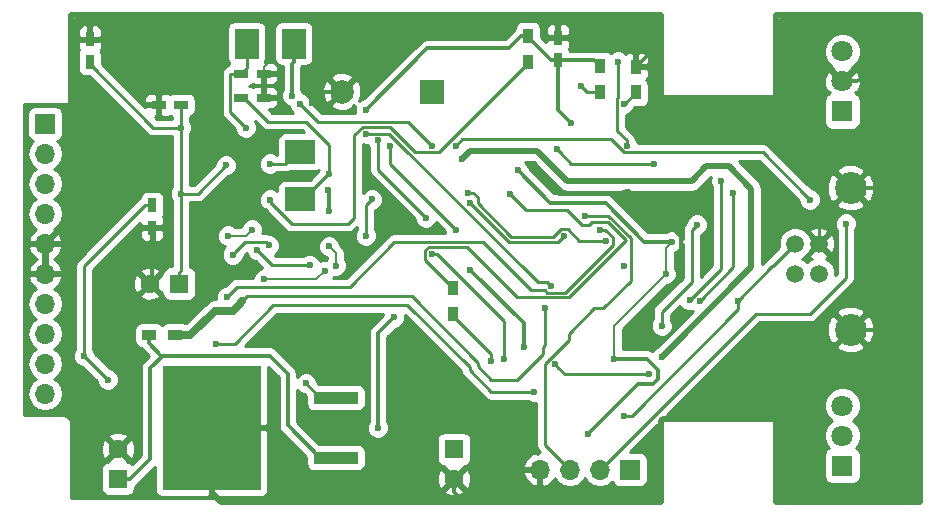
<source format=gbr>
G04 #@! TF.FileFunction,Copper,L1,Top,Mixed*
%FSLAX46Y46*%
G04 Gerber Fmt 4.6, Leading zero omitted, Abs format (unit mm)*
G04 Created by KiCad (PCBNEW 4.0.7-e2-6376~58~ubuntu16.04.1) date Sat Oct 21 11:32:05 2017*
%MOMM*%
%LPD*%
G01*
G04 APERTURE LIST*
%ADD10C,0.100000*%
%ADD11R,2.000000X2.000000*%
%ADD12C,2.000000*%
%ADD13R,1.200000X0.750000*%
%ADD14R,0.750000X1.200000*%
%ADD15R,2.000000X2.500000*%
%ADD16R,2.500000X2.000000*%
%ADD17R,1.800000X1.800000*%
%ADD18C,1.800000*%
%ADD19R,0.900000X1.200000*%
%ADD20R,1.200000X0.900000*%
%ADD21C,1.520000*%
%ADD22C,2.700000*%
%ADD23R,1.700000X1.700000*%
%ADD24O,1.700000X1.700000*%
%ADD25R,1.600000X1.600000*%
%ADD26C,1.600000*%
%ADD27R,3.750000X1.050000*%
%ADD28R,8.300000X10.500000*%
%ADD29C,0.600000*%
%ADD30C,0.300000*%
%ADD31C,0.500000*%
%ADD32C,0.250000*%
%ADD33C,0.150000*%
%ADD34C,0.700000*%
%ADD35C,0.200000*%
%ADD36C,0.254000*%
G04 APERTURE END LIST*
D10*
D11*
X142220000Y-86868000D03*
D12*
X134620000Y-86868000D03*
D13*
X121000000Y-88000000D03*
X119100000Y-88000000D03*
X126116000Y-85344000D03*
X128016000Y-85344000D03*
D14*
X152908000Y-84196000D03*
X152908000Y-82296000D03*
X113284000Y-84328000D03*
X113284000Y-82428000D03*
D13*
X126116000Y-87376000D03*
X128016000Y-87376000D03*
D14*
X118550000Y-96500000D03*
X118550000Y-98400000D03*
D15*
X126556000Y-82804000D03*
X130556000Y-82804000D03*
D16*
X131064000Y-91980000D03*
X131064000Y-95980000D03*
D17*
X177000000Y-118540000D03*
D18*
X177000000Y-116000000D03*
X177000000Y-113460000D03*
D17*
X177000000Y-88540000D03*
D18*
X177000000Y-86000000D03*
X177000000Y-83460000D03*
D19*
X150368000Y-84328000D03*
X150368000Y-82128000D03*
D20*
X118300000Y-107500000D03*
X120500000Y-107500000D03*
D19*
X144000000Y-103500000D03*
X144000000Y-105700000D03*
D21*
X173000000Y-102290000D03*
X173000000Y-99750000D03*
X175000000Y-99750000D03*
X175000000Y-102290000D03*
D22*
X177700000Y-107020000D03*
X177700000Y-95020000D03*
D23*
X159004000Y-118872000D03*
D24*
X156464000Y-118872000D03*
X153924000Y-118872000D03*
X151384000Y-118872000D03*
D23*
X109500000Y-89600000D03*
D24*
X109500000Y-92140000D03*
X109500000Y-94680000D03*
X109500000Y-97220000D03*
X109500000Y-99760000D03*
X109500000Y-102300000D03*
X109500000Y-104840000D03*
X109500000Y-107380000D03*
X109500000Y-109920000D03*
X109500000Y-112460000D03*
D25*
X115648000Y-119652000D03*
D26*
X115648000Y-117152000D03*
D25*
X144112000Y-117152000D03*
D26*
X144112000Y-119652000D03*
D19*
X156464000Y-84668000D03*
X156464000Y-86868000D03*
X159512000Y-84752000D03*
X159512000Y-86952000D03*
D25*
X120864000Y-103124000D03*
D26*
X118364000Y-103124000D03*
D27*
X134112000Y-117856000D03*
X134112000Y-112776000D03*
D28*
X123612000Y-115316000D03*
D29*
X159000000Y-107000000D03*
X150876000Y-92964000D03*
X132105400Y-87812880D03*
X161544000Y-98044000D03*
X158886768Y-95386769D03*
X162052000Y-88900000D03*
X129540000Y-87884000D03*
X124945669Y-102638331D03*
X160528000Y-83312000D03*
X121512897Y-82638449D03*
X167132000Y-110744000D03*
X133604000Y-81788000D03*
X117348000Y-81788000D03*
X124815413Y-93116587D03*
X128524000Y-92964000D03*
X120971000Y-89916000D03*
X120971000Y-95504000D03*
X131572000Y-111586000D03*
X126492000Y-89916000D03*
X133524933Y-93835941D03*
X114808000Y-111252000D03*
X112776000Y-109220000D03*
X174244000Y-96012000D03*
X144272000Y-91440000D03*
X137668000Y-90999000D03*
X141732000Y-97536000D03*
X128524000Y-96012000D03*
X148339042Y-109524494D03*
X152660236Y-109938228D03*
X160588087Y-110804087D03*
X142240000Y-100584000D03*
X136652000Y-99061000D03*
X137160000Y-96011000D03*
X166728818Y-94433374D03*
X164082643Y-104547870D03*
X167758445Y-95463000D03*
X164918748Y-104581000D03*
X151834934Y-105228354D03*
X126190192Y-104608507D03*
X148844000Y-95504000D03*
X147282783Y-109686995D03*
X152284861Y-103328368D03*
X136652000Y-90424000D03*
X144272000Y-98552000D03*
X138684000Y-91440000D03*
X156972000Y-99486248D03*
X145327083Y-95464917D03*
X153450842Y-99095804D03*
X145481523Y-96326477D03*
X128016000Y-102740053D03*
X133176499Y-102027501D03*
X125373856Y-100678830D03*
X128458824Y-99897012D03*
X127449743Y-100316517D03*
X131887417Y-101551593D03*
X124968000Y-99060000D03*
X127000000Y-98552000D03*
X142240000Y-91440000D03*
X131064000Y-87884000D03*
X155207242Y-97412322D03*
X152800770Y-91710109D03*
X177292000Y-98044000D03*
X161036000Y-92964000D03*
X161705586Y-106701464D03*
X164693047Y-98128373D03*
X150876000Y-112310000D03*
X123952000Y-108204000D03*
X124865265Y-104285501D03*
X156464000Y-98552000D03*
X154824999Y-86360000D03*
X158496000Y-87884000D03*
X158760000Y-91440000D03*
X157988000Y-84328000D03*
X161687813Y-109361495D03*
X144805320Y-92592104D03*
X139000000Y-106000000D03*
X154000000Y-89500000D03*
X133439199Y-95231100D03*
X133500000Y-97000000D03*
X136652000Y-88392000D03*
X133534515Y-99982864D03*
X134112000Y-101600000D03*
X137668000Y-115316000D03*
X130392247Y-87212247D03*
X158496000Y-101667000D03*
X168148000Y-104581000D03*
X158496000Y-114300000D03*
X145500000Y-102000000D03*
X150000000Y-108500000D03*
X157663379Y-109489255D03*
X149500000Y-93500000D03*
X162560000Y-99568000D03*
X162052000Y-102310814D03*
X155448000Y-115824000D03*
D30*
X118550000Y-98400000D02*
X118550000Y-102938000D01*
X118550000Y-102938000D02*
X118364000Y-103124000D01*
X119100000Y-88000000D02*
X119100000Y-85051346D01*
X119100000Y-85051346D02*
X121512897Y-82638449D01*
X161544000Y-98044000D02*
X162220002Y-98044000D01*
X162220002Y-98044000D02*
X163360001Y-99183999D01*
X163360001Y-102639999D02*
X159000000Y-107000000D01*
X163360001Y-99183999D02*
X163360001Y-102639999D01*
X158886768Y-95386769D02*
X158462504Y-95386769D01*
X158320743Y-95528530D02*
X153016266Y-95528530D01*
X150876000Y-93388264D02*
X150876000Y-92964000D01*
X158462504Y-95386769D02*
X158320743Y-95528530D01*
X153016266Y-95528530D02*
X150876000Y-93388264D01*
D31*
X145288000Y-80400000D02*
X133604000Y-80400000D01*
X152908000Y-80400000D02*
X145288000Y-80400000D01*
X150876000Y-121600000D02*
X144272000Y-121600000D01*
X144272000Y-121600000D02*
X140716000Y-121600000D01*
D30*
X144112000Y-120783370D02*
X144272000Y-120943370D01*
X144112000Y-119652000D02*
X144112000Y-120783370D01*
X144272000Y-120943370D02*
X144272000Y-121600000D01*
X134620000Y-86868000D02*
X133050280Y-86868000D01*
X133050280Y-86868000D02*
X132105400Y-87812880D01*
X158886768Y-95386769D02*
X159186768Y-95686768D01*
X159186768Y-95686768D02*
X161544000Y-98044000D01*
D31*
X163068000Y-87400000D02*
X161800000Y-87400000D01*
X171200000Y-87400000D02*
X163068000Y-87400000D01*
D30*
X163068000Y-87400000D02*
X163068000Y-87884000D01*
X163068000Y-87884000D02*
X162052000Y-88900000D01*
X128016000Y-87376000D02*
X129032000Y-87376000D01*
X129032000Y-87376000D02*
X129540000Y-87884000D01*
D32*
X175000000Y-99750000D02*
X175000000Y-97720000D01*
X175000000Y-97720000D02*
X177700000Y-95020000D01*
D30*
X167132000Y-110744000D02*
X167132000Y-114600000D01*
D31*
X123612000Y-115316000D02*
X123612000Y-120866000D01*
X123612000Y-120866000D02*
X124346000Y-121600000D01*
D30*
X124346000Y-121600000D02*
X124460000Y-121600000D01*
D31*
X140716000Y-121600000D02*
X124460000Y-121600000D01*
X161600000Y-121600000D02*
X150876000Y-121600000D01*
D30*
X151384000Y-118872000D02*
X151384000Y-121092000D01*
X151384000Y-121092000D02*
X150876000Y-121600000D01*
D31*
X161600000Y-80400000D02*
X152908000Y-80400000D01*
D30*
X152908000Y-82296000D02*
X152908000Y-80400000D01*
X128016000Y-87376000D02*
X128016000Y-85344000D01*
D31*
X117348000Y-80400000D02*
X113284000Y-80400000D01*
X113284000Y-80400000D02*
X111700000Y-80400000D01*
D30*
X113284000Y-82428000D02*
X113284000Y-80400000D01*
X160528000Y-83312000D02*
X161600000Y-83312000D01*
X160528000Y-83312000D02*
X160528000Y-83736000D01*
X160528000Y-83736000D02*
X159512000Y-84752000D01*
D31*
X161600000Y-87200000D02*
X161600000Y-83312000D01*
X161600000Y-83312000D02*
X161600000Y-81788000D01*
D30*
X161600000Y-83414000D02*
X161600000Y-83312000D01*
D31*
X132588000Y-80400000D02*
X128524000Y-80400000D01*
X128524000Y-80400000D02*
X121920000Y-80400000D01*
D33*
X128016000Y-85344000D02*
X128016000Y-84819000D01*
X128524000Y-84311000D02*
X128524000Y-80400000D01*
X128016000Y-84819000D02*
X128524000Y-84311000D01*
D31*
X121920000Y-80400000D02*
X117348000Y-80400000D01*
D30*
X121920000Y-82231346D02*
X121920000Y-80400000D01*
X121512897Y-82638449D02*
X121920000Y-82231346D01*
D31*
X183600000Y-80400000D02*
X183600000Y-85852000D01*
D30*
X178272792Y-86000000D02*
X178420792Y-85852000D01*
D31*
X183600000Y-85852000D02*
X183600000Y-94996000D01*
D30*
X177000000Y-86000000D02*
X178272792Y-86000000D01*
X178420792Y-85852000D02*
X183600000Y-85852000D01*
D31*
X161600000Y-81788000D02*
X161600000Y-80400000D01*
X183600000Y-94996000D02*
X183600000Y-107188000D01*
D30*
X177700000Y-95020000D02*
X183576000Y-95020000D01*
X183576000Y-95020000D02*
X183600000Y-94996000D01*
D31*
X183600000Y-107188000D02*
X183600000Y-115824000D01*
X183600000Y-115824000D02*
X183600000Y-121600000D01*
D30*
X183432000Y-107020000D02*
X183600000Y-107188000D01*
X177700000Y-107020000D02*
X183432000Y-107020000D01*
D31*
X171200000Y-114600000D02*
X167132000Y-114600000D01*
X167132000Y-114600000D02*
X161900000Y-114600000D01*
X133604000Y-80400000D02*
X132588000Y-80400000D01*
D30*
X133604000Y-80400000D02*
X133604000Y-81788000D01*
X117348000Y-80400000D02*
X117348000Y-81788000D01*
D31*
X111700000Y-80400000D02*
X111700000Y-90424000D01*
X111700000Y-90424000D02*
X111700000Y-97560000D01*
X161600000Y-114800000D02*
X161600000Y-121600000D01*
X161800000Y-114600000D02*
X161600000Y-114800000D01*
X161900000Y-114600000D02*
X161800000Y-114600000D01*
X171400000Y-114800000D02*
X171200000Y-114600000D01*
X171400000Y-114900000D02*
X171400000Y-114800000D01*
X171400000Y-121600000D02*
X171400000Y-114900000D01*
X183600000Y-121600000D02*
X171400000Y-121600000D01*
X171400000Y-80400000D02*
X183600000Y-80400000D01*
X171400000Y-80400000D02*
X171400000Y-87200000D01*
X171400000Y-87200000D02*
X171200000Y-87400000D01*
X161800000Y-87400000D02*
X161600000Y-87200000D01*
X111700000Y-97560000D02*
X109500000Y-99760000D01*
X109500000Y-102300000D02*
X109500000Y-99760000D01*
D32*
X120971000Y-89916000D02*
X118647000Y-89916000D01*
X118647000Y-89916000D02*
X113284000Y-84553000D01*
X113284000Y-84553000D02*
X113284000Y-84328000D01*
X121000000Y-88000000D02*
X121000000Y-89887000D01*
X121000000Y-89887000D02*
X120971000Y-89916000D01*
X120864000Y-102148000D02*
X120971000Y-102041000D01*
X120971000Y-102041000D02*
X120971000Y-95504000D01*
X120864000Y-103124000D02*
X120864000Y-102148000D01*
X124815413Y-93116587D02*
X122428000Y-95504000D01*
X122428000Y-95504000D02*
X120971000Y-95504000D01*
X131064000Y-91980000D02*
X130814000Y-91980000D01*
X130814000Y-91980000D02*
X129830000Y-92964000D01*
X129830000Y-92964000D02*
X128524000Y-92964000D01*
X120971000Y-89916000D02*
X120971000Y-95504000D01*
X134112000Y-112776000D02*
X132762000Y-112776000D01*
X132762000Y-112776000D02*
X131572000Y-111586000D01*
X126492000Y-89916000D02*
X125190999Y-88614999D01*
X126116000Y-85344000D02*
X125266000Y-85344000D01*
X125266000Y-85344000D02*
X125190999Y-85419001D01*
X125190999Y-85419001D02*
X125190999Y-88614999D01*
X126556000Y-82804000D02*
X126556000Y-84904000D01*
X126556000Y-84904000D02*
X126116000Y-85344000D01*
X133458059Y-93835941D02*
X133524933Y-93835941D01*
X131314000Y-95980000D02*
X133458059Y-93835941D01*
X126116000Y-87376000D02*
X126341000Y-87376000D01*
X133524933Y-93411677D02*
X133524933Y-93835941D01*
X133524933Y-91360933D02*
X133524933Y-93411677D01*
X126341000Y-87376000D02*
X128373000Y-89408000D01*
X128373000Y-89408000D02*
X131572000Y-89408000D01*
X131572000Y-89408000D02*
X133524933Y-91360933D01*
X131064000Y-95980000D02*
X131314000Y-95980000D01*
X117925000Y-96500000D02*
X118550000Y-96500000D01*
X112776000Y-101649000D02*
X117925000Y-96500000D01*
X112776000Y-109220000D02*
X112776000Y-101649000D01*
X112776000Y-109220000D02*
X114808000Y-111252000D01*
X144272000Y-91440000D02*
X144801887Y-90910113D01*
X144801887Y-90910113D02*
X157379111Y-90910113D01*
X157379111Y-90910113D02*
X158483999Y-92015001D01*
X158483999Y-92015001D02*
X170247001Y-92015001D01*
X170247001Y-92015001D02*
X173944001Y-95712001D01*
X173944001Y-95712001D02*
X174244000Y-96012000D01*
X137668000Y-90999000D02*
X137668000Y-93472000D01*
X137668000Y-93472000D02*
X141732000Y-97536000D01*
X130382998Y-98044000D02*
X128524000Y-96185002D01*
X128524000Y-96185002D02*
X128524000Y-96012000D01*
X135128000Y-98044000D02*
X130382998Y-98044000D01*
X135636000Y-97536000D02*
X135128000Y-98044000D01*
X135636000Y-90588998D02*
X135636000Y-97536000D01*
X150368000Y-84328000D02*
X150368000Y-84478000D01*
X150368000Y-84478000D02*
X142830999Y-92015001D01*
X142830999Y-92015001D02*
X140840699Y-92015001D01*
X140840699Y-92015001D02*
X138674697Y-89848999D01*
X136375999Y-89848999D02*
X135636000Y-90588998D01*
X138674697Y-89848999D02*
X136375999Y-89848999D01*
X148339042Y-109100230D02*
X148339042Y-109524494D01*
X148339042Y-106258778D02*
X148339042Y-109100230D01*
X142240000Y-100584000D02*
X142664264Y-100584000D01*
X142664264Y-100584000D02*
X148339042Y-106258778D01*
X152960235Y-110238227D02*
X152660236Y-109938228D01*
X160588087Y-110804087D02*
X153526095Y-110804087D01*
X153526095Y-110804087D02*
X152960235Y-110238227D01*
X136652000Y-96519000D02*
X137160000Y-96011000D01*
X136652000Y-99061000D02*
X136652000Y-96519000D01*
X166728818Y-101901695D02*
X166728818Y-94857638D01*
X164082643Y-104547870D02*
X166728818Y-101901695D01*
X166728818Y-94857638D02*
X166728818Y-94433374D01*
X167758445Y-95887264D02*
X167758445Y-95463000D01*
X164918748Y-104581000D02*
X167758445Y-101741303D01*
X167758445Y-101741303D02*
X167758445Y-95887264D01*
D34*
X120500000Y-107500000D02*
X121800000Y-107500000D01*
X121800000Y-107500000D02*
X123864498Y-105435502D01*
X123864498Y-105435502D02*
X125363197Y-105435502D01*
X125363197Y-105435502D02*
X125890193Y-104908506D01*
X125890193Y-104908506D02*
X126190192Y-104608507D01*
D32*
X140529656Y-104219787D02*
X146181740Y-109871871D01*
X146181740Y-110144538D02*
X147289202Y-111252000D01*
X126190192Y-104608507D02*
X126578912Y-104219787D01*
X151626011Y-109098591D02*
X151626011Y-108540314D01*
X126578912Y-104219787D02*
X140529656Y-104219787D01*
X147289202Y-111252000D02*
X149472602Y-111252000D01*
X149472602Y-111252000D02*
X151626011Y-109098591D01*
X151834934Y-108331391D02*
X151834934Y-105652618D01*
X151626011Y-108540314D02*
X151834934Y-108331391D01*
X151834934Y-105652618D02*
X151834934Y-105228354D01*
X146181740Y-109871871D02*
X146181740Y-110144538D01*
X141963999Y-100008999D02*
X141664999Y-100307999D01*
X151843171Y-104303380D02*
X151820525Y-104280734D01*
X153825298Y-104303380D02*
X151843171Y-104303380D01*
X151820525Y-104280734D02*
X149475808Y-104280734D01*
X149475808Y-104280734D02*
X145204073Y-100008999D01*
X153664045Y-96903542D02*
X154957442Y-98196939D01*
X141664999Y-100307999D02*
X141664999Y-101164999D01*
X157148223Y-97934921D02*
X158670990Y-99457688D01*
X155509446Y-98196939D02*
X155771464Y-97934921D01*
X155771464Y-97934921D02*
X157148223Y-97934921D01*
X148844000Y-95504000D02*
X150243542Y-96903542D01*
X154957442Y-98196939D02*
X155509446Y-98196939D01*
X158670990Y-99457688D02*
X153825298Y-104303380D01*
X150243542Y-96903542D02*
X153664045Y-96903542D01*
X145204073Y-100008999D02*
X141963999Y-100008999D01*
X141664999Y-101164999D02*
X144000000Y-103500000D01*
X147282783Y-109132783D02*
X147282783Y-109262731D01*
X144000000Y-105850000D02*
X147282783Y-109132783D01*
X144000000Y-105700000D02*
X144000000Y-105850000D01*
X147282783Y-109262731D02*
X147282783Y-109686995D01*
X151984862Y-103028369D02*
X152284861Y-103328368D01*
X151962216Y-103005723D02*
X151984862Y-103028369D01*
X151232080Y-103005723D02*
X151962216Y-103005723D01*
X136652000Y-90424000D02*
X138650357Y-90424000D01*
X138650357Y-90424000D02*
X151232080Y-103005723D01*
X138684000Y-92964000D02*
X144272000Y-98552000D01*
X138684000Y-91440000D02*
X138684000Y-92964000D01*
X145327083Y-95464917D02*
X145751347Y-95464917D01*
X152509395Y-99186249D02*
X153174841Y-98520803D01*
X156547736Y-99486248D02*
X156972000Y-99486248D01*
X148977705Y-99186249D02*
X152509395Y-99186249D01*
X145751347Y-95464917D02*
X146106524Y-95820094D01*
X146106524Y-95820094D02*
X146106524Y-96315068D01*
X154692288Y-99486248D02*
X156547736Y-99486248D01*
X146106524Y-96315068D02*
X148977705Y-99186249D01*
X153726843Y-98520803D02*
X154692288Y-99486248D01*
X153174841Y-98520803D02*
X153726843Y-98520803D01*
X145481523Y-96326477D02*
X148743530Y-99588484D01*
X152958162Y-99588484D02*
X153150843Y-99395803D01*
X153150843Y-99395803D02*
X153450842Y-99095804D01*
X148743530Y-99588484D02*
X152958162Y-99588484D01*
D33*
X128440264Y-102740053D02*
X128016000Y-102740053D01*
X132463947Y-102740053D02*
X128440264Y-102740053D01*
X133176499Y-102027501D02*
X132463947Y-102740053D01*
D32*
X125673855Y-100378831D02*
X125373856Y-100678830D01*
X126455673Y-99597013D02*
X125673855Y-100378831D01*
X128158825Y-99597013D02*
X126455673Y-99597013D01*
X128458824Y-99897012D02*
X128158825Y-99597013D01*
X127749742Y-100616516D02*
X127449743Y-100316517D01*
X128684819Y-101551593D02*
X127749742Y-100616516D01*
X131887417Y-101551593D02*
X128684819Y-101551593D01*
D35*
X124968000Y-99060000D02*
X126492000Y-99060000D01*
X126492000Y-99060000D02*
X127000000Y-98552000D01*
D32*
X142240000Y-91440000D02*
X140208000Y-89408000D01*
X140208000Y-89408000D02*
X133096000Y-89408000D01*
X132588000Y-89408000D02*
X131064000Y-87884000D01*
X133096000Y-89408000D02*
X132588000Y-89408000D01*
X153924000Y-118872000D02*
X151824999Y-116772999D01*
X151824999Y-116772999D02*
X151824999Y-109960278D01*
X151824999Y-109960278D02*
X153850541Y-107934736D01*
X153850541Y-107934736D02*
X153850541Y-107376458D01*
X153850541Y-107376458D02*
X156003998Y-105223001D01*
X156003998Y-105223001D02*
X156740001Y-105223001D01*
X156740001Y-105223001D02*
X159071001Y-102892001D01*
X159071001Y-102892001D02*
X159071001Y-99291999D01*
X159071001Y-99291999D02*
X157191324Y-97412322D01*
X157191324Y-97412322D02*
X155631506Y-97412322D01*
X155631506Y-97412322D02*
X155207242Y-97412322D01*
X154054661Y-92964000D02*
X153100769Y-92010108D01*
X153100769Y-92010108D02*
X152800770Y-91710109D01*
X161036000Y-92964000D02*
X154054661Y-92964000D01*
X156464000Y-118872000D02*
X169672000Y-105664000D01*
X169672000Y-105664000D02*
X173157802Y-105664000D01*
X173157802Y-105664000D02*
X174244000Y-105664000D01*
X174244000Y-105664000D02*
X177292000Y-102616000D01*
X177292000Y-102616000D02*
X177292000Y-98044000D01*
X145431729Y-110455202D02*
X147286527Y-112310000D01*
X123952000Y-108204000D02*
X125542868Y-108204000D01*
X125542868Y-108204000D02*
X128771345Y-104975523D01*
X128771345Y-104975523D02*
X140175328Y-104975523D01*
X150451736Y-112310000D02*
X150876000Y-112310000D01*
X140175328Y-104975523D02*
X145431729Y-110231924D01*
X145431729Y-110231924D02*
X145431729Y-110455202D01*
X147286527Y-112310000D02*
X150451736Y-112310000D01*
X161705586Y-105513732D02*
X161705586Y-106277200D01*
X164236575Y-98584845D02*
X164236575Y-102982743D01*
X164236575Y-102982743D02*
X161705586Y-105513732D01*
X164693047Y-98128373D02*
X164236575Y-98584845D01*
X161705586Y-106277200D02*
X161705586Y-106701464D01*
X157547001Y-99210737D02*
X157547001Y-99844001D01*
X156464000Y-98552000D02*
X156888264Y-98552000D01*
X153487633Y-103903369D02*
X152008860Y-103903369D01*
X152008860Y-103903369D02*
X151804492Y-103699001D01*
X157547001Y-99844001D02*
X153487633Y-103903369D01*
X139065271Y-99608988D02*
X135283569Y-103390690D01*
X125165264Y-103985502D02*
X124865265Y-104285501D01*
X150640480Y-103699001D02*
X146550467Y-99608988D01*
X125760076Y-103390690D02*
X125165264Y-103985502D01*
X151804492Y-103699001D02*
X150640480Y-103699001D01*
X146550467Y-99608988D02*
X139065271Y-99608988D01*
X156888264Y-98552000D02*
X157547001Y-99210737D01*
X135283569Y-103390690D02*
X125760076Y-103390690D01*
X156464000Y-86868000D02*
X155332999Y-86868000D01*
X155332999Y-86868000D02*
X154824999Y-86360000D01*
X158496000Y-87884000D02*
X158580000Y-87884000D01*
X158580000Y-87884000D02*
X159512000Y-86952000D01*
X159512000Y-86952000D02*
X159495000Y-86952000D01*
X158760000Y-91440000D02*
X158760000Y-91015736D01*
X158760000Y-91015736D02*
X157920999Y-90176735D01*
X157920999Y-90176735D02*
X157920999Y-87443001D01*
X157920999Y-87443001D02*
X157988000Y-87376000D01*
X157988000Y-84328000D02*
X157988000Y-87376000D01*
D30*
X119452998Y-109220000D02*
X119500000Y-109220000D01*
X119500000Y-109220000D02*
X128524000Y-109220000D01*
X118300000Y-107500000D02*
X118300000Y-108200000D01*
X119320000Y-109220000D02*
X119500000Y-109220000D01*
X118300000Y-108200000D02*
X119320000Y-109220000D01*
X118364000Y-110308998D02*
X118364000Y-117986000D01*
X130048000Y-115142000D02*
X132762000Y-117856000D01*
X130048000Y-110744000D02*
X130048000Y-115142000D01*
X128524000Y-109220000D02*
X130048000Y-110744000D01*
X118364000Y-110308998D02*
X119452998Y-109220000D01*
X116698000Y-119652000D02*
X115648000Y-119652000D01*
X118364000Y-117986000D02*
X116698000Y-119652000D01*
D32*
X132762000Y-117856000D02*
X134112000Y-117856000D01*
D31*
X164226522Y-94462731D02*
X165489813Y-93199440D01*
X167411271Y-93199440D02*
X169298485Y-95086654D01*
X151164107Y-91931758D02*
X153695080Y-94462731D01*
X153695080Y-94462731D02*
X164226522Y-94462731D01*
X169298485Y-95086654D02*
X169298485Y-101750823D01*
X165489813Y-93199440D02*
X167411271Y-93199440D01*
X169298485Y-101750823D02*
X161987812Y-109061496D01*
X145465666Y-91931758D02*
X151164107Y-91931758D01*
X144805320Y-92592104D02*
X145465666Y-91931758D01*
X161987812Y-109061496D02*
X161687813Y-109361495D01*
D30*
X137668000Y-115316000D02*
X137668000Y-107332000D01*
X137668000Y-107332000D02*
X139000000Y-106000000D01*
X152908000Y-88408000D02*
X152908000Y-86500000D01*
X152908000Y-86500000D02*
X152908000Y-84196000D01*
X154000000Y-89500000D02*
X152908000Y-88408000D01*
X133500000Y-95291901D02*
X133439199Y-95231100D01*
X133500000Y-97000000D02*
X133500000Y-95291901D01*
X150368000Y-82128000D02*
X149818000Y-82128000D01*
X149818000Y-82128000D02*
X148738723Y-83207277D01*
X148738723Y-83207277D02*
X141836723Y-83207277D01*
X150368000Y-82128000D02*
X150368000Y-82278000D01*
X150368000Y-82278000D02*
X152286000Y-84196000D01*
X152286000Y-84196000D02*
X152433000Y-84196000D01*
X152433000Y-84196000D02*
X152908000Y-84196000D01*
X141836723Y-83207277D02*
X136652000Y-88392000D01*
D35*
X134112000Y-101600000D02*
X134112000Y-100560349D01*
X134112000Y-100560349D02*
X133534515Y-99982864D01*
D30*
X152908000Y-84196000D02*
X155992000Y-84196000D01*
X155992000Y-84196000D02*
X156464000Y-84668000D01*
X130556000Y-82804000D02*
X130556000Y-84354000D01*
X130556000Y-84354000D02*
X130392247Y-84517753D01*
X130392247Y-84517753D02*
X130392247Y-87212247D01*
D32*
X158920264Y-114300000D02*
X158496000Y-114300000D01*
X168148000Y-105312077D02*
X159160077Y-114300000D01*
X159160077Y-114300000D02*
X158920264Y-114300000D01*
X168148000Y-104581000D02*
X168148000Y-105312077D01*
X171083000Y-101667000D02*
X171062000Y-101667000D01*
X171062000Y-101667000D02*
X168148000Y-104581000D01*
X171083000Y-101667000D02*
X173000000Y-99750000D01*
X158496000Y-114254000D02*
X158496000Y-114300000D01*
D30*
X150000000Y-108500000D02*
X150000000Y-106500000D01*
X150000000Y-106500000D02*
X145500000Y-102000000D01*
X161388089Y-111188089D02*
X161388089Y-110420085D01*
X160457259Y-109489255D02*
X158087643Y-109489255D01*
X159667911Y-111604089D02*
X160972089Y-111604089D01*
X158087643Y-109489255D02*
X157663379Y-109489255D01*
X160972089Y-111604089D02*
X161388089Y-111188089D01*
X155448000Y-115824000D02*
X159667911Y-111604089D01*
D35*
X157663379Y-109064991D02*
X157663379Y-109489255D01*
X157663379Y-106699435D02*
X157663379Y-109064991D01*
X162052000Y-102310814D02*
X157663379Y-106699435D01*
D30*
X161388089Y-110420085D02*
X160457259Y-109489255D01*
X162560000Y-99568000D02*
X160230899Y-99568000D01*
X160230899Y-99568000D02*
X156941431Y-96278532D01*
X156941431Y-96278532D02*
X152278532Y-96278532D01*
X152278532Y-96278532D02*
X149500000Y-93500000D01*
D35*
X162052000Y-101867000D02*
X162052000Y-100076000D01*
X162052000Y-100076000D02*
X162560000Y-99568000D01*
X162052000Y-102310814D02*
X162052000Y-101867000D01*
D36*
G36*
X161290000Y-87000000D02*
X161344046Y-87271705D01*
X161497954Y-87502046D01*
X161728295Y-87655954D01*
X162000000Y-87710000D01*
X171000000Y-87710000D01*
X171271705Y-87655954D01*
X171295581Y-87640000D01*
X175452560Y-87640000D01*
X175452560Y-89440000D01*
X175496838Y-89675317D01*
X175635910Y-89891441D01*
X175848110Y-90036431D01*
X176100000Y-90087440D01*
X177900000Y-90087440D01*
X178135317Y-90043162D01*
X178351441Y-89904090D01*
X178496431Y-89691890D01*
X178547440Y-89440000D01*
X178547440Y-87640000D01*
X178503162Y-87404683D01*
X178364090Y-87188559D01*
X178160426Y-87049402D01*
X178194718Y-87015110D01*
X178080161Y-86900553D01*
X178336643Y-86814148D01*
X178546458Y-86240664D01*
X178520839Y-85630540D01*
X178336643Y-85185852D01*
X178080159Y-85099446D01*
X177179605Y-86000000D01*
X177193748Y-86014143D01*
X177014143Y-86193748D01*
X177000000Y-86179605D01*
X176985858Y-86193748D01*
X176806253Y-86014143D01*
X176820395Y-86000000D01*
X175919841Y-85099446D01*
X175663357Y-85185852D01*
X175453542Y-85759336D01*
X175479161Y-86369460D01*
X175663357Y-86814148D01*
X175919839Y-86900553D01*
X175805282Y-87015110D01*
X175841760Y-87051588D01*
X175648559Y-87175910D01*
X175503569Y-87388110D01*
X175452560Y-87640000D01*
X171295581Y-87640000D01*
X171502046Y-87502046D01*
X171655954Y-87271705D01*
X171710000Y-87000000D01*
X171710000Y-83763991D01*
X175464735Y-83763991D01*
X175697932Y-84328371D01*
X176129357Y-84760551D01*
X176150194Y-84769203D01*
X176099446Y-84919841D01*
X177000000Y-85820395D01*
X177900554Y-84919841D01*
X177849965Y-84769673D01*
X177868371Y-84762068D01*
X178300551Y-84330643D01*
X178534733Y-83766670D01*
X178535265Y-83156009D01*
X178302068Y-82591629D01*
X177870643Y-82159449D01*
X177306670Y-81925267D01*
X176696009Y-81924735D01*
X176131629Y-82157932D01*
X175699449Y-82589357D01*
X175465267Y-83153330D01*
X175464735Y-83763991D01*
X171710000Y-83763991D01*
X171710000Y-80710000D01*
X183290000Y-80710000D01*
X183290000Y-121290000D01*
X171710000Y-121290000D01*
X171710000Y-117640000D01*
X175452560Y-117640000D01*
X175452560Y-119440000D01*
X175496838Y-119675317D01*
X175635910Y-119891441D01*
X175848110Y-120036431D01*
X176100000Y-120087440D01*
X177900000Y-120087440D01*
X178135317Y-120043162D01*
X178351441Y-119904090D01*
X178496431Y-119691890D01*
X178547440Y-119440000D01*
X178547440Y-117640000D01*
X178503162Y-117404683D01*
X178364090Y-117188559D01*
X178151890Y-117043569D01*
X178131466Y-117039433D01*
X178300551Y-116870643D01*
X178534733Y-116306670D01*
X178535265Y-115696009D01*
X178302068Y-115131629D01*
X177900818Y-114729677D01*
X178300551Y-114330643D01*
X178534733Y-113766670D01*
X178535265Y-113156009D01*
X178302068Y-112591629D01*
X177870643Y-112159449D01*
X177306670Y-111925267D01*
X176696009Y-111924735D01*
X176131629Y-112157932D01*
X175699449Y-112589357D01*
X175465267Y-113153330D01*
X175464735Y-113763991D01*
X175697932Y-114328371D01*
X176099182Y-114730323D01*
X175699449Y-115129357D01*
X175465267Y-115693330D01*
X175464735Y-116303991D01*
X175697932Y-116868371D01*
X175865880Y-117036613D01*
X175864683Y-117036838D01*
X175648559Y-117175910D01*
X175503569Y-117388110D01*
X175452560Y-117640000D01*
X171710000Y-117640000D01*
X171710000Y-115000000D01*
X171655954Y-114728295D01*
X171502046Y-114497954D01*
X171271705Y-114344046D01*
X171000000Y-114290000D01*
X162120802Y-114290000D01*
X167985209Y-108425593D01*
X176474012Y-108425593D01*
X176615478Y-108728782D01*
X177351955Y-109013737D01*
X178141418Y-108995164D01*
X178784522Y-108728782D01*
X178925988Y-108425593D01*
X177700000Y-107199605D01*
X176474012Y-108425593D01*
X167985209Y-108425593D01*
X169738847Y-106671955D01*
X175706263Y-106671955D01*
X175724836Y-107461418D01*
X175991218Y-108104522D01*
X176294407Y-108245988D01*
X177520395Y-107020000D01*
X177879605Y-107020000D01*
X179105593Y-108245988D01*
X179408782Y-108104522D01*
X179693737Y-107368045D01*
X179675164Y-106578582D01*
X179408782Y-105935478D01*
X179105593Y-105794012D01*
X177879605Y-107020000D01*
X177520395Y-107020000D01*
X176294407Y-105794012D01*
X175991218Y-105935478D01*
X175706263Y-106671955D01*
X169738847Y-106671955D01*
X169986802Y-106424000D01*
X174244000Y-106424000D01*
X174534839Y-106366148D01*
X174781401Y-106201401D01*
X175368395Y-105614407D01*
X176474012Y-105614407D01*
X177700000Y-106840395D01*
X178925988Y-105614407D01*
X178784522Y-105311218D01*
X178048045Y-105026263D01*
X177258582Y-105044836D01*
X176615478Y-105311218D01*
X176474012Y-105614407D01*
X175368395Y-105614407D01*
X177829401Y-103153401D01*
X177994148Y-102906839D01*
X178052000Y-102616000D01*
X178052000Y-98606463D01*
X178084192Y-98574327D01*
X178226838Y-98230799D01*
X178227162Y-97858833D01*
X178085117Y-97515057D01*
X177822327Y-97251808D01*
X177478799Y-97109162D01*
X177106833Y-97108838D01*
X176763057Y-97250883D01*
X176499808Y-97513673D01*
X176357162Y-97857201D01*
X176356838Y-98229167D01*
X176498883Y-98572943D01*
X176532000Y-98606118D01*
X176532000Y-102301198D01*
X176394872Y-102438326D01*
X176395242Y-102013735D01*
X176183313Y-101500828D01*
X175791236Y-101108066D01*
X175595066Y-101026609D01*
X175729941Y-100970742D01*
X175799159Y-100728764D01*
X175000000Y-99929605D01*
X174200841Y-100728764D01*
X174270059Y-100970742D01*
X174414862Y-101022382D01*
X174210828Y-101106687D01*
X173999976Y-101317171D01*
X173791236Y-101108066D01*
X173579262Y-101020046D01*
X173789172Y-100933313D01*
X174181934Y-100541236D01*
X174290419Y-100279976D01*
X174820395Y-99750000D01*
X175179605Y-99750000D01*
X175978764Y-100549159D01*
X176220742Y-100479941D01*
X176407155Y-99957220D01*
X176379341Y-99402951D01*
X176220742Y-99020059D01*
X175978764Y-98950841D01*
X175179605Y-99750000D01*
X174820395Y-99750000D01*
X174290405Y-99220010D01*
X174183313Y-98960828D01*
X173994052Y-98771236D01*
X174200841Y-98771236D01*
X175000000Y-99570395D01*
X175799159Y-98771236D01*
X175729941Y-98529258D01*
X175207220Y-98342845D01*
X174652951Y-98370659D01*
X174270059Y-98529258D01*
X174200841Y-98771236D01*
X173994052Y-98771236D01*
X173791236Y-98568066D01*
X173278700Y-98355242D01*
X172723735Y-98354758D01*
X172210828Y-98566687D01*
X171818066Y-98958764D01*
X171605242Y-99471300D01*
X171604758Y-100026265D01*
X171617674Y-100057524D01*
X170587886Y-101087312D01*
X170524599Y-101129599D01*
X170183485Y-101470713D01*
X170183485Y-95086659D01*
X170183486Y-95086654D01*
X170119060Y-94762769D01*
X170116118Y-94747979D01*
X169924275Y-94460864D01*
X169924272Y-94460862D01*
X168238412Y-92775001D01*
X169932199Y-92775001D01*
X173308878Y-96151680D01*
X173308838Y-96197167D01*
X173450883Y-96540943D01*
X173713673Y-96804192D01*
X174057201Y-96946838D01*
X174429167Y-96947162D01*
X174772943Y-96805117D01*
X175036192Y-96542327D01*
X175084664Y-96425593D01*
X176474012Y-96425593D01*
X176615478Y-96728782D01*
X177351955Y-97013737D01*
X178141418Y-96995164D01*
X178784522Y-96728782D01*
X178925988Y-96425593D01*
X177700000Y-95199605D01*
X176474012Y-96425593D01*
X175084664Y-96425593D01*
X175178838Y-96198799D01*
X175179162Y-95826833D01*
X175037117Y-95483057D01*
X174774327Y-95219808D01*
X174430799Y-95077162D01*
X174383923Y-95077121D01*
X173978757Y-94671955D01*
X175706263Y-94671955D01*
X175724836Y-95461418D01*
X175991218Y-96104522D01*
X176294407Y-96245988D01*
X177520395Y-95020000D01*
X177879605Y-95020000D01*
X179105593Y-96245988D01*
X179408782Y-96104522D01*
X179693737Y-95368045D01*
X179675164Y-94578582D01*
X179408782Y-93935478D01*
X179105593Y-93794012D01*
X177879605Y-95020000D01*
X177520395Y-95020000D01*
X176294407Y-93794012D01*
X175991218Y-93935478D01*
X175706263Y-94671955D01*
X173978757Y-94671955D01*
X172921209Y-93614407D01*
X176474012Y-93614407D01*
X177700000Y-94840395D01*
X178925988Y-93614407D01*
X178784522Y-93311218D01*
X178048045Y-93026263D01*
X177258582Y-93044836D01*
X176615478Y-93311218D01*
X176474012Y-93614407D01*
X172921209Y-93614407D01*
X170784402Y-91477600D01*
X170537840Y-91312853D01*
X170247001Y-91255001D01*
X159695162Y-91255001D01*
X159695162Y-91254833D01*
X159553117Y-90911057D01*
X159485755Y-90843578D01*
X159462148Y-90724897D01*
X159297401Y-90478335D01*
X158680999Y-89861933D01*
X158680999Y-88819162D01*
X158681167Y-88819162D01*
X159024943Y-88677117D01*
X159288192Y-88414327D01*
X159377421Y-88199440D01*
X159962000Y-88199440D01*
X160197317Y-88155162D01*
X160413441Y-88016090D01*
X160558431Y-87803890D01*
X160609440Y-87552000D01*
X160609440Y-86352000D01*
X160565162Y-86116683D01*
X160426090Y-85900559D01*
X160357994Y-85854031D01*
X160500327Y-85711698D01*
X160597000Y-85478309D01*
X160597000Y-85037750D01*
X160438250Y-84879000D01*
X159639000Y-84879000D01*
X159639000Y-84899000D01*
X159385000Y-84899000D01*
X159385000Y-84879000D01*
X159365000Y-84879000D01*
X159365000Y-84625000D01*
X159385000Y-84625000D01*
X159385000Y-83675750D01*
X159639000Y-83675750D01*
X159639000Y-84625000D01*
X160438250Y-84625000D01*
X160597000Y-84466250D01*
X160597000Y-84025691D01*
X160500327Y-83792302D01*
X160321699Y-83613673D01*
X160088310Y-83517000D01*
X159797750Y-83517000D01*
X159639000Y-83675750D01*
X159385000Y-83675750D01*
X159226250Y-83517000D01*
X158935690Y-83517000D01*
X158702301Y-83613673D01*
X158649132Y-83666842D01*
X158518327Y-83535808D01*
X158174799Y-83393162D01*
X157802833Y-83392838D01*
X157459057Y-83534883D01*
X157377584Y-83616214D01*
X157165890Y-83471569D01*
X156914000Y-83420560D01*
X156040061Y-83420560D01*
X155992000Y-83411000D01*
X153895630Y-83411000D01*
X153886162Y-83360683D01*
X153819671Y-83257354D01*
X153821327Y-83255698D01*
X153918000Y-83022309D01*
X153918000Y-82581750D01*
X153759250Y-82423000D01*
X153035000Y-82423000D01*
X153035000Y-82443000D01*
X152781000Y-82443000D01*
X152781000Y-82423000D01*
X152056750Y-82423000D01*
X151898000Y-82581750D01*
X151898000Y-82697842D01*
X151465440Y-82265282D01*
X151465440Y-81569691D01*
X151898000Y-81569691D01*
X151898000Y-82010250D01*
X152056750Y-82169000D01*
X152781000Y-82169000D01*
X152781000Y-81219750D01*
X153035000Y-81219750D01*
X153035000Y-82169000D01*
X153759250Y-82169000D01*
X153918000Y-82010250D01*
X153918000Y-81569691D01*
X153821327Y-81336302D01*
X153642699Y-81157673D01*
X153409310Y-81061000D01*
X153193750Y-81061000D01*
X153035000Y-81219750D01*
X152781000Y-81219750D01*
X152622250Y-81061000D01*
X152406690Y-81061000D01*
X152173301Y-81157673D01*
X151994673Y-81336302D01*
X151898000Y-81569691D01*
X151465440Y-81569691D01*
X151465440Y-81528000D01*
X151421162Y-81292683D01*
X151282090Y-81076559D01*
X151069890Y-80931569D01*
X150818000Y-80880560D01*
X149918000Y-80880560D01*
X149682683Y-80924838D01*
X149466559Y-81063910D01*
X149321569Y-81276110D01*
X149270560Y-81528000D01*
X149270560Y-81567817D01*
X149262921Y-81572921D01*
X148413565Y-82422277D01*
X141836728Y-82422277D01*
X141836723Y-82422276D01*
X141536317Y-82482032D01*
X141281644Y-82652198D01*
X136476995Y-87456847D01*
X136466833Y-87456838D01*
X136123057Y-87598883D01*
X136074733Y-87647122D01*
X136265908Y-87132539D01*
X136241856Y-86482540D01*
X136039387Y-85993736D01*
X135772532Y-85895073D01*
X134799605Y-86868000D01*
X134813748Y-86882143D01*
X134634143Y-87061748D01*
X134620000Y-87047605D01*
X133647073Y-88020532D01*
X133745736Y-88287387D01*
X134355461Y-88513908D01*
X135005460Y-88489856D01*
X135494264Y-88287387D01*
X135592926Y-88020534D01*
X135707206Y-88134814D01*
X135774213Y-88067807D01*
X135717162Y-88205201D01*
X135716838Y-88577167D01*
X135746106Y-88648000D01*
X132902802Y-88648000D01*
X131999122Y-87744320D01*
X131999162Y-87698833D01*
X131857117Y-87355057D01*
X131594327Y-87091808D01*
X131304413Y-86971424D01*
X131185364Y-86683304D01*
X131177247Y-86675173D01*
X131177247Y-86603461D01*
X132974092Y-86603461D01*
X132998144Y-87253460D01*
X133200613Y-87742264D01*
X133467468Y-87840927D01*
X134440395Y-86868000D01*
X133467468Y-85895073D01*
X133200613Y-85993736D01*
X132974092Y-86603461D01*
X131177247Y-86603461D01*
X131177247Y-85715468D01*
X133647073Y-85715468D01*
X134620000Y-86688395D01*
X135592927Y-85715468D01*
X135494264Y-85448613D01*
X134884539Y-85222092D01*
X134234540Y-85246144D01*
X133745736Y-85448613D01*
X133647073Y-85715468D01*
X131177247Y-85715468D01*
X131177247Y-84810051D01*
X131249818Y-84701440D01*
X131556000Y-84701440D01*
X131791317Y-84657162D01*
X132007441Y-84518090D01*
X132152431Y-84305890D01*
X132203440Y-84054000D01*
X132203440Y-81554000D01*
X132159162Y-81318683D01*
X132020090Y-81102559D01*
X131807890Y-80957569D01*
X131556000Y-80906560D01*
X129556000Y-80906560D01*
X129320683Y-80950838D01*
X129104559Y-81089910D01*
X128959569Y-81302110D01*
X128908560Y-81554000D01*
X128908560Y-84054000D01*
X128952838Y-84289317D01*
X129091910Y-84505441D01*
X129304110Y-84650431D01*
X129556000Y-84701440D01*
X129607247Y-84701440D01*
X129607247Y-86674741D01*
X129600055Y-86681920D01*
X129457409Y-87025448D01*
X129457085Y-87397414D01*
X129599130Y-87741190D01*
X129861920Y-88004439D01*
X130151834Y-88124823D01*
X130270883Y-88412943D01*
X130505530Y-88648000D01*
X128687802Y-88648000D01*
X128425802Y-88386000D01*
X128742309Y-88386000D01*
X128975698Y-88289327D01*
X129154327Y-88110699D01*
X129251000Y-87877310D01*
X129251000Y-87661750D01*
X129092250Y-87503000D01*
X128143000Y-87503000D01*
X128143000Y-87523000D01*
X127889000Y-87523000D01*
X127889000Y-87503000D01*
X127869000Y-87503000D01*
X127869000Y-87249000D01*
X127889000Y-87249000D01*
X127889000Y-86524750D01*
X128143000Y-86524750D01*
X128143000Y-87249000D01*
X129092250Y-87249000D01*
X129251000Y-87090250D01*
X129251000Y-86874690D01*
X129154327Y-86641301D01*
X128975698Y-86462673D01*
X128742309Y-86366000D01*
X128301750Y-86366000D01*
X128143000Y-86524750D01*
X127889000Y-86524750D01*
X127730250Y-86366000D01*
X127289691Y-86366000D01*
X127056302Y-86462673D01*
X127054932Y-86464043D01*
X126967890Y-86404569D01*
X126748969Y-86360236D01*
X126951317Y-86322162D01*
X127054646Y-86255671D01*
X127056302Y-86257327D01*
X127289691Y-86354000D01*
X127730250Y-86354000D01*
X127889000Y-86195250D01*
X127889000Y-85471000D01*
X128143000Y-85471000D01*
X128143000Y-86195250D01*
X128301750Y-86354000D01*
X128742309Y-86354000D01*
X128975698Y-86257327D01*
X129154327Y-86078699D01*
X129251000Y-85845310D01*
X129251000Y-85629750D01*
X129092250Y-85471000D01*
X128143000Y-85471000D01*
X127889000Y-85471000D01*
X127869000Y-85471000D01*
X127869000Y-85217000D01*
X127889000Y-85217000D01*
X127889000Y-85197000D01*
X128143000Y-85197000D01*
X128143000Y-85217000D01*
X129092250Y-85217000D01*
X129251000Y-85058250D01*
X129251000Y-84842690D01*
X129154327Y-84609301D01*
X128975698Y-84430673D01*
X128742309Y-84334000D01*
X128301750Y-84334000D01*
X128143002Y-84492748D01*
X128143002Y-84334000D01*
X128133224Y-84334000D01*
X128152431Y-84305890D01*
X128203440Y-84054000D01*
X128203440Y-81554000D01*
X128159162Y-81318683D01*
X128020090Y-81102559D01*
X127807890Y-80957569D01*
X127556000Y-80906560D01*
X125556000Y-80906560D01*
X125320683Y-80950838D01*
X125104559Y-81089910D01*
X124959569Y-81302110D01*
X124908560Y-81554000D01*
X124908560Y-84054000D01*
X124952838Y-84289317D01*
X125083659Y-84492619D01*
X125064559Y-84504910D01*
X124967488Y-84646978D01*
X124728599Y-84806599D01*
X124653598Y-84881600D01*
X124488851Y-85128162D01*
X124430999Y-85419001D01*
X124430999Y-88614999D01*
X124488851Y-88905838D01*
X124653598Y-89152400D01*
X125556878Y-90055680D01*
X125556838Y-90101167D01*
X125698883Y-90444943D01*
X125961673Y-90708192D01*
X126305201Y-90850838D01*
X126677167Y-90851162D01*
X127020943Y-90709117D01*
X127284192Y-90446327D01*
X127426838Y-90102799D01*
X127427162Y-89730833D01*
X127290653Y-89400455D01*
X127835599Y-89945401D01*
X128082161Y-90110148D01*
X128373000Y-90168000D01*
X131257198Y-90168000D01*
X131421758Y-90332560D01*
X129814000Y-90332560D01*
X129578683Y-90376838D01*
X129362559Y-90515910D01*
X129217569Y-90728110D01*
X129166560Y-90980000D01*
X129166560Y-92204000D01*
X129086463Y-92204000D01*
X129054327Y-92171808D01*
X128710799Y-92029162D01*
X128338833Y-92028838D01*
X127995057Y-92170883D01*
X127731808Y-92433673D01*
X127589162Y-92777201D01*
X127588838Y-93149167D01*
X127730883Y-93492943D01*
X127993673Y-93756192D01*
X128337201Y-93898838D01*
X128709167Y-93899162D01*
X129052943Y-93757117D01*
X129086118Y-93724000D01*
X129830000Y-93724000D01*
X130120839Y-93666148D01*
X130178770Y-93627440D01*
X132314000Y-93627440D01*
X132549317Y-93583162D01*
X132642351Y-93523296D01*
X132604325Y-93614873D01*
X131886638Y-94332560D01*
X129814000Y-94332560D01*
X129578683Y-94376838D01*
X129362559Y-94515910D01*
X129217569Y-94728110D01*
X129166560Y-94980000D01*
X129166560Y-95332237D01*
X129054327Y-95219808D01*
X128710799Y-95077162D01*
X128338833Y-95076838D01*
X127995057Y-95218883D01*
X127731808Y-95481673D01*
X127589162Y-95825201D01*
X127588838Y-96197167D01*
X127730883Y-96540943D01*
X127993673Y-96804192D01*
X128121443Y-96857247D01*
X129845597Y-98581401D01*
X130092158Y-98746148D01*
X130382998Y-98804000D01*
X135128000Y-98804000D01*
X135418839Y-98746148D01*
X135665401Y-98581401D01*
X135892000Y-98354802D01*
X135892000Y-98498537D01*
X135859808Y-98530673D01*
X135717162Y-98874201D01*
X135716838Y-99246167D01*
X135858883Y-99589943D01*
X136121673Y-99853192D01*
X136465201Y-99995838D01*
X136837167Y-99996162D01*
X137180943Y-99854117D01*
X137444192Y-99591327D01*
X137586838Y-99247799D01*
X137587162Y-98875833D01*
X137445117Y-98532057D01*
X137412000Y-98498882D01*
X137412000Y-96918547D01*
X137688943Y-96804117D01*
X137952192Y-96541327D01*
X138094838Y-96197799D01*
X138095162Y-95825833D01*
X137953117Y-95482057D01*
X137690327Y-95218808D01*
X137346799Y-95076162D01*
X136974833Y-95075838D01*
X136631057Y-95217883D01*
X136396000Y-95452530D01*
X136396000Y-91330103D01*
X136465201Y-91358838D01*
X136805133Y-91359134D01*
X136874883Y-91527943D01*
X136908000Y-91561118D01*
X136908000Y-93472000D01*
X136965852Y-93762839D01*
X137130599Y-94009401D01*
X140796878Y-97675680D01*
X140796838Y-97721167D01*
X140938883Y-98064943D01*
X141201673Y-98328192D01*
X141545201Y-98470838D01*
X141917167Y-98471162D01*
X142260943Y-98329117D01*
X142524192Y-98066327D01*
X142579156Y-97933958D01*
X143336878Y-98691680D01*
X143336838Y-98737167D01*
X143383041Y-98848988D01*
X139065271Y-98848988D01*
X138774431Y-98906840D01*
X138527870Y-99071587D01*
X134968767Y-102630690D01*
X133895702Y-102630690D01*
X133968691Y-102557828D01*
X133978218Y-102534884D01*
X134297167Y-102535162D01*
X134640943Y-102393117D01*
X134904192Y-102130327D01*
X135046838Y-101786799D01*
X135047162Y-101414833D01*
X134905117Y-101071057D01*
X134847000Y-101012838D01*
X134847000Y-100560349D01*
X134791051Y-100279077D01*
X134730460Y-100188396D01*
X134631723Y-100040625D01*
X134469607Y-99878509D01*
X134469677Y-99797697D01*
X134327632Y-99453921D01*
X134064842Y-99190672D01*
X133721314Y-99048026D01*
X133349348Y-99047702D01*
X133005572Y-99189747D01*
X132742323Y-99452537D01*
X132599677Y-99796065D01*
X132599353Y-100168031D01*
X132741398Y-100511807D01*
X133004188Y-100775056D01*
X133347716Y-100917702D01*
X133377000Y-100917728D01*
X133377000Y-101012581D01*
X133319808Y-101069673D01*
X133310281Y-101092617D01*
X132991332Y-101092339D01*
X132750453Y-101191868D01*
X132680534Y-101022650D01*
X132417744Y-100759401D01*
X132074216Y-100616755D01*
X131702250Y-100616431D01*
X131358474Y-100758476D01*
X131325299Y-100791593D01*
X128999621Y-100791593D01*
X128924357Y-100716329D01*
X128987767Y-100690129D01*
X129251016Y-100427339D01*
X129393662Y-100083811D01*
X129393986Y-99711845D01*
X129251941Y-99368069D01*
X128989151Y-99104820D01*
X128645623Y-98962174D01*
X128550275Y-98962091D01*
X128449664Y-98894865D01*
X128158825Y-98837013D01*
X127894056Y-98837013D01*
X127934838Y-98738799D01*
X127935162Y-98366833D01*
X127793117Y-98023057D01*
X127530327Y-97759808D01*
X127186799Y-97617162D01*
X126814833Y-97616838D01*
X126471057Y-97758883D01*
X126207808Y-98021673D01*
X126081855Y-98325000D01*
X125555419Y-98325000D01*
X125498327Y-98267808D01*
X125154799Y-98125162D01*
X124782833Y-98124838D01*
X124439057Y-98266883D01*
X124175808Y-98529673D01*
X124033162Y-98873201D01*
X124032838Y-99245167D01*
X124174883Y-99588943D01*
X124437673Y-99852192D01*
X124748994Y-99981465D01*
X124581664Y-100148503D01*
X124439018Y-100492031D01*
X124438694Y-100863997D01*
X124580739Y-101207773D01*
X124843529Y-101471022D01*
X125187057Y-101613668D01*
X125559023Y-101613992D01*
X125902799Y-101471947D01*
X126166048Y-101209157D01*
X126308694Y-100865629D01*
X126308735Y-100818753D01*
X126547101Y-100580387D01*
X126656626Y-100845460D01*
X126919416Y-101108709D01*
X127262944Y-101251355D01*
X127309820Y-101251396D01*
X127863343Y-101804919D01*
X127830833Y-101804891D01*
X127487057Y-101946936D01*
X127223808Y-102209726D01*
X127081162Y-102553254D01*
X127081095Y-102630690D01*
X125760076Y-102630690D01*
X125469236Y-102688542D01*
X125222675Y-102853289D01*
X124725585Y-103350379D01*
X124680098Y-103350339D01*
X124336322Y-103492384D01*
X124073073Y-103755174D01*
X123930427Y-104098702D01*
X123930121Y-104450502D01*
X123864498Y-104450502D01*
X123487555Y-104525481D01*
X123167998Y-104739002D01*
X121412214Y-106494786D01*
X121351890Y-106453569D01*
X121100000Y-106402560D01*
X119900000Y-106402560D01*
X119664683Y-106446838D01*
X119448559Y-106585910D01*
X119400866Y-106655711D01*
X119364090Y-106598559D01*
X119151890Y-106453569D01*
X118900000Y-106402560D01*
X117700000Y-106402560D01*
X117464683Y-106446838D01*
X117248559Y-106585910D01*
X117103569Y-106798110D01*
X117052560Y-107050000D01*
X117052560Y-107950000D01*
X117096838Y-108185317D01*
X117235910Y-108401441D01*
X117448110Y-108546431D01*
X117630137Y-108583292D01*
X117744921Y-108755079D01*
X118276341Y-109286499D01*
X117808921Y-109753919D01*
X117638755Y-110008591D01*
X117590513Y-110251117D01*
X117579000Y-110308998D01*
X117579000Y-117660842D01*
X116868837Y-118371005D01*
X116699890Y-118255569D01*
X116461799Y-118207354D01*
X116476139Y-118159745D01*
X115648000Y-117331605D01*
X114819861Y-118159745D01*
X114834145Y-118207167D01*
X114612683Y-118248838D01*
X114396559Y-118387910D01*
X114251569Y-118600110D01*
X114200560Y-118852000D01*
X114200560Y-120452000D01*
X114244838Y-120687317D01*
X114383910Y-120903441D01*
X114596110Y-121048431D01*
X114848000Y-121099440D01*
X116448000Y-121099440D01*
X116683317Y-121055162D01*
X116899441Y-120916090D01*
X117044431Y-120703890D01*
X117095440Y-120452000D01*
X117095440Y-120312410D01*
X117253079Y-120207079D01*
X118827000Y-118633158D01*
X118827000Y-120692310D01*
X118923673Y-120925699D01*
X119102302Y-121104327D01*
X119335691Y-121201000D01*
X123326250Y-121201000D01*
X123485000Y-121042250D01*
X123485000Y-115443000D01*
X123739000Y-115443000D01*
X123739000Y-121042250D01*
X123897750Y-121201000D01*
X127888309Y-121201000D01*
X128121698Y-121104327D01*
X128300327Y-120925699D01*
X128397000Y-120692310D01*
X128397000Y-120659745D01*
X143283861Y-120659745D01*
X143357995Y-120905864D01*
X143895223Y-121098965D01*
X144465454Y-121071778D01*
X144866005Y-120905864D01*
X144940139Y-120659745D01*
X144112000Y-119831605D01*
X143283861Y-120659745D01*
X128397000Y-120659745D01*
X128397000Y-119435223D01*
X142665035Y-119435223D01*
X142692222Y-120005454D01*
X142858136Y-120406005D01*
X143104255Y-120480139D01*
X143932395Y-119652000D01*
X144291605Y-119652000D01*
X145119745Y-120480139D01*
X145365864Y-120406005D01*
X145558965Y-119868777D01*
X145531778Y-119298546D01*
X145502927Y-119228892D01*
X149942514Y-119228892D01*
X150188817Y-119753358D01*
X150617076Y-120143645D01*
X151027110Y-120313476D01*
X151257000Y-120192155D01*
X151257000Y-118999000D01*
X150063181Y-118999000D01*
X149942514Y-119228892D01*
X145502927Y-119228892D01*
X145365864Y-118897995D01*
X145119745Y-118823861D01*
X144291605Y-119652000D01*
X143932395Y-119652000D01*
X143104255Y-118823861D01*
X142858136Y-118897995D01*
X142665035Y-119435223D01*
X128397000Y-119435223D01*
X128397000Y-115601750D01*
X128238250Y-115443000D01*
X123739000Y-115443000D01*
X123485000Y-115443000D01*
X123465000Y-115443000D01*
X123465000Y-115189000D01*
X123485000Y-115189000D01*
X123485000Y-115169000D01*
X123739000Y-115169000D01*
X123739000Y-115189000D01*
X128238250Y-115189000D01*
X128397000Y-115030250D01*
X128397000Y-110203158D01*
X129263000Y-111069157D01*
X129263000Y-115142000D01*
X129322755Y-115442407D01*
X129492921Y-115697079D01*
X131589560Y-117793718D01*
X131589560Y-118381000D01*
X131633838Y-118616317D01*
X131772910Y-118832441D01*
X131985110Y-118977431D01*
X132237000Y-119028440D01*
X135987000Y-119028440D01*
X136222317Y-118984162D01*
X136438441Y-118845090D01*
X136583431Y-118632890D01*
X136634440Y-118381000D01*
X136634440Y-117331000D01*
X136590162Y-117095683D01*
X136451090Y-116879559D01*
X136238890Y-116734569D01*
X135987000Y-116683560D01*
X132699718Y-116683560D01*
X132368158Y-116352000D01*
X142664560Y-116352000D01*
X142664560Y-117952000D01*
X142708838Y-118187317D01*
X142847910Y-118403441D01*
X143060110Y-118548431D01*
X143298201Y-118596646D01*
X143283861Y-118644255D01*
X144112000Y-119472395D01*
X144940139Y-118644255D01*
X144925855Y-118596833D01*
X145147317Y-118555162D01*
X145363441Y-118416090D01*
X145508431Y-118203890D01*
X145559440Y-117952000D01*
X145559440Y-116352000D01*
X145515162Y-116116683D01*
X145376090Y-115900559D01*
X145163890Y-115755569D01*
X144912000Y-115704560D01*
X143312000Y-115704560D01*
X143076683Y-115748838D01*
X142860559Y-115887910D01*
X142715569Y-116100110D01*
X142664560Y-116352000D01*
X132368158Y-116352000D01*
X130833000Y-114816842D01*
X130833000Y-112169155D01*
X131041673Y-112378192D01*
X131385201Y-112520838D01*
X131432077Y-112520879D01*
X131589560Y-112678362D01*
X131589560Y-113301000D01*
X131633838Y-113536317D01*
X131772910Y-113752441D01*
X131985110Y-113897431D01*
X132237000Y-113948440D01*
X135987000Y-113948440D01*
X136222317Y-113904162D01*
X136438441Y-113765090D01*
X136583431Y-113552890D01*
X136634440Y-113301000D01*
X136634440Y-112251000D01*
X136590162Y-112015683D01*
X136451090Y-111799559D01*
X136238890Y-111654569D01*
X135987000Y-111603560D01*
X132664362Y-111603560D01*
X132507122Y-111446320D01*
X132507162Y-111400833D01*
X132365117Y-111057057D01*
X132102327Y-110793808D01*
X131758799Y-110651162D01*
X131386833Y-110650838D01*
X131043057Y-110792883D01*
X130833000Y-111002574D01*
X130833000Y-110744000D01*
X130773245Y-110443594D01*
X130603079Y-110188921D01*
X130603076Y-110188919D01*
X129079079Y-108664921D01*
X128824407Y-108494755D01*
X128524000Y-108435000D01*
X126386670Y-108435000D01*
X129086147Y-105735523D01*
X138097417Y-105735523D01*
X138065162Y-105813201D01*
X138065152Y-105824691D01*
X137112921Y-106776921D01*
X136942755Y-107031593D01*
X136932009Y-107085619D01*
X136883000Y-107332000D01*
X136883000Y-114778494D01*
X136875808Y-114785673D01*
X136733162Y-115129201D01*
X136732838Y-115501167D01*
X136874883Y-115844943D01*
X137137673Y-116108192D01*
X137481201Y-116250838D01*
X137853167Y-116251162D01*
X138196943Y-116109117D01*
X138460192Y-115846327D01*
X138602838Y-115502799D01*
X138603162Y-115130833D01*
X138461117Y-114787057D01*
X138453000Y-114778926D01*
X138453000Y-107657158D01*
X139175004Y-106935153D01*
X139185167Y-106935162D01*
X139528943Y-106793117D01*
X139792192Y-106530327D01*
X139934838Y-106186799D01*
X139935162Y-105814833D01*
X139931871Y-105806868D01*
X144694455Y-110569452D01*
X144729581Y-110746041D01*
X144894328Y-110992603D01*
X146749126Y-112847401D01*
X146995688Y-113012148D01*
X147286527Y-113070000D01*
X150313537Y-113070000D01*
X150345673Y-113102192D01*
X150689201Y-113244838D01*
X151061167Y-113245162D01*
X151064999Y-113243579D01*
X151064999Y-116772999D01*
X151122851Y-117063838D01*
X151287598Y-117310400D01*
X151364198Y-117387000D01*
X151256998Y-117387000D01*
X151256998Y-117551844D01*
X151027110Y-117430524D01*
X150617076Y-117600355D01*
X150188817Y-117990642D01*
X149942514Y-118515108D01*
X150063181Y-118745000D01*
X151257000Y-118745000D01*
X151257000Y-118725000D01*
X151511000Y-118725000D01*
X151511000Y-118745000D01*
X151531000Y-118745000D01*
X151531000Y-118999000D01*
X151511000Y-118999000D01*
X151511000Y-120192155D01*
X151740890Y-120313476D01*
X152150924Y-120143645D01*
X152579183Y-119753358D01*
X152646298Y-119610447D01*
X152873946Y-119951147D01*
X153355715Y-120273054D01*
X153924000Y-120386093D01*
X154492285Y-120273054D01*
X154974054Y-119951147D01*
X155194000Y-119621974D01*
X155413946Y-119951147D01*
X155895715Y-120273054D01*
X156464000Y-120386093D01*
X157032285Y-120273054D01*
X157514054Y-119951147D01*
X157541850Y-119909548D01*
X157550838Y-119957317D01*
X157689910Y-120173441D01*
X157902110Y-120318431D01*
X158154000Y-120369440D01*
X159854000Y-120369440D01*
X160089317Y-120325162D01*
X160305441Y-120186090D01*
X160450431Y-119973890D01*
X160501440Y-119722000D01*
X160501440Y-118022000D01*
X160457162Y-117786683D01*
X160318090Y-117570559D01*
X160105890Y-117425569D01*
X159854000Y-117374560D01*
X159036242Y-117374560D01*
X161290000Y-115120802D01*
X161290000Y-121290000D01*
X111710000Y-121290000D01*
X111710000Y-116935223D01*
X114201035Y-116935223D01*
X114228222Y-117505454D01*
X114394136Y-117906005D01*
X114640255Y-117980139D01*
X115468395Y-117152000D01*
X115827605Y-117152000D01*
X116655745Y-117980139D01*
X116901864Y-117906005D01*
X117094965Y-117368777D01*
X117067778Y-116798546D01*
X116901864Y-116397995D01*
X116655745Y-116323861D01*
X115827605Y-117152000D01*
X115468395Y-117152000D01*
X114640255Y-116323861D01*
X114394136Y-116397995D01*
X114201035Y-116935223D01*
X111710000Y-116935223D01*
X111710000Y-116144255D01*
X114819861Y-116144255D01*
X115648000Y-116972395D01*
X116476139Y-116144255D01*
X116402005Y-115898136D01*
X115864777Y-115705035D01*
X115294546Y-115732222D01*
X114893995Y-115898136D01*
X114819861Y-116144255D01*
X111710000Y-116144255D01*
X111710000Y-115000000D01*
X111655954Y-114728295D01*
X111502046Y-114497954D01*
X111271705Y-114344046D01*
X111000000Y-114290000D01*
X107710000Y-114290000D01*
X107710000Y-104840000D01*
X107985907Y-104840000D01*
X108098946Y-105408285D01*
X108420853Y-105890054D01*
X108750026Y-106110000D01*
X108420853Y-106329946D01*
X108098946Y-106811715D01*
X107985907Y-107380000D01*
X108098946Y-107948285D01*
X108420853Y-108430054D01*
X108750026Y-108650000D01*
X108420853Y-108869946D01*
X108098946Y-109351715D01*
X107985907Y-109920000D01*
X108098946Y-110488285D01*
X108420853Y-110970054D01*
X108750026Y-111190000D01*
X108420853Y-111409946D01*
X108098946Y-111891715D01*
X107985907Y-112460000D01*
X108098946Y-113028285D01*
X108420853Y-113510054D01*
X108902622Y-113831961D01*
X109470907Y-113945000D01*
X109529093Y-113945000D01*
X110097378Y-113831961D01*
X110579147Y-113510054D01*
X110901054Y-113028285D01*
X111014093Y-112460000D01*
X110901054Y-111891715D01*
X110579147Y-111409946D01*
X110249974Y-111190000D01*
X110579147Y-110970054D01*
X110901054Y-110488285D01*
X111014093Y-109920000D01*
X110911687Y-109405167D01*
X111840838Y-109405167D01*
X111982883Y-109748943D01*
X112245673Y-110012192D01*
X112589201Y-110154838D01*
X112636077Y-110154879D01*
X113872878Y-111391680D01*
X113872838Y-111437167D01*
X114014883Y-111780943D01*
X114277673Y-112044192D01*
X114621201Y-112186838D01*
X114993167Y-112187162D01*
X115336943Y-112045117D01*
X115600192Y-111782327D01*
X115742838Y-111438799D01*
X115743162Y-111066833D01*
X115601117Y-110723057D01*
X115338327Y-110459808D01*
X114994799Y-110317162D01*
X114947923Y-110317121D01*
X113711122Y-109080320D01*
X113711162Y-109034833D01*
X113569117Y-108691057D01*
X113536000Y-108657882D01*
X113536000Y-104131745D01*
X117535861Y-104131745D01*
X117609995Y-104377864D01*
X118147223Y-104570965D01*
X118717454Y-104543778D01*
X119118005Y-104377864D01*
X119192139Y-104131745D01*
X118364000Y-103303605D01*
X117535861Y-104131745D01*
X113536000Y-104131745D01*
X113536000Y-102907223D01*
X116917035Y-102907223D01*
X116944222Y-103477454D01*
X117110136Y-103878005D01*
X117356255Y-103952139D01*
X118184395Y-103124000D01*
X117356255Y-102295861D01*
X117110136Y-102369995D01*
X116917035Y-102907223D01*
X113536000Y-102907223D01*
X113536000Y-102116255D01*
X117535861Y-102116255D01*
X118364000Y-102944395D01*
X119192139Y-102116255D01*
X119118005Y-101870136D01*
X118580777Y-101677035D01*
X118010546Y-101704222D01*
X117609995Y-101870136D01*
X117535861Y-102116255D01*
X113536000Y-102116255D01*
X113536000Y-101963802D01*
X116814052Y-98685750D01*
X117540000Y-98685750D01*
X117540000Y-99126309D01*
X117636673Y-99359698D01*
X117815301Y-99538327D01*
X118048690Y-99635000D01*
X118264250Y-99635000D01*
X118423000Y-99476250D01*
X118423000Y-98527000D01*
X118677000Y-98527000D01*
X118677000Y-99476250D01*
X118835750Y-99635000D01*
X119051310Y-99635000D01*
X119284699Y-99538327D01*
X119463327Y-99359698D01*
X119560000Y-99126309D01*
X119560000Y-98685750D01*
X119401250Y-98527000D01*
X118677000Y-98527000D01*
X118423000Y-98527000D01*
X117698750Y-98527000D01*
X117540000Y-98685750D01*
X116814052Y-98685750D01*
X117540000Y-97959802D01*
X117540000Y-98114250D01*
X117698750Y-98273000D01*
X118423000Y-98273000D01*
X118423000Y-98253000D01*
X118677000Y-98253000D01*
X118677000Y-98273000D01*
X119401250Y-98273000D01*
X119560000Y-98114250D01*
X119560000Y-97673691D01*
X119463327Y-97440302D01*
X119461957Y-97438932D01*
X119521431Y-97351890D01*
X119572440Y-97100000D01*
X119572440Y-95900000D01*
X119528162Y-95664683D01*
X119389090Y-95448559D01*
X119176890Y-95303569D01*
X118925000Y-95252560D01*
X118175000Y-95252560D01*
X117939683Y-95296838D01*
X117723559Y-95435910D01*
X117578569Y-95648110D01*
X117534801Y-95864242D01*
X117387599Y-95962599D01*
X112238599Y-101111599D01*
X112073852Y-101358161D01*
X112016000Y-101649000D01*
X112016000Y-108657537D01*
X111983808Y-108689673D01*
X111841162Y-109033201D01*
X111840838Y-109405167D01*
X110911687Y-109405167D01*
X110901054Y-109351715D01*
X110579147Y-108869946D01*
X110249974Y-108650000D01*
X110579147Y-108430054D01*
X110901054Y-107948285D01*
X111014093Y-107380000D01*
X110901054Y-106811715D01*
X110579147Y-106329946D01*
X110249974Y-106110000D01*
X110579147Y-105890054D01*
X110901054Y-105408285D01*
X111014093Y-104840000D01*
X110901054Y-104271715D01*
X110579147Y-103789946D01*
X110238447Y-103562298D01*
X110381358Y-103495183D01*
X110771645Y-103066924D01*
X110941476Y-102656890D01*
X110820155Y-102427000D01*
X109627000Y-102427000D01*
X109627000Y-102447000D01*
X109373000Y-102447000D01*
X109373000Y-102427000D01*
X108179845Y-102427000D01*
X108058524Y-102656890D01*
X108228355Y-103066924D01*
X108618642Y-103495183D01*
X108761553Y-103562298D01*
X108420853Y-103789946D01*
X108098946Y-104271715D01*
X107985907Y-104840000D01*
X107710000Y-104840000D01*
X107710000Y-100116890D01*
X108058524Y-100116890D01*
X108228355Y-100526924D01*
X108618642Y-100955183D01*
X108777954Y-101030000D01*
X108618642Y-101104817D01*
X108228355Y-101533076D01*
X108058524Y-101943110D01*
X108179845Y-102173000D01*
X109373000Y-102173000D01*
X109373000Y-99887000D01*
X109627000Y-99887000D01*
X109627000Y-102173000D01*
X110820155Y-102173000D01*
X110941476Y-101943110D01*
X110771645Y-101533076D01*
X110381358Y-101104817D01*
X110222046Y-101030000D01*
X110381358Y-100955183D01*
X110771645Y-100526924D01*
X110941476Y-100116890D01*
X110820155Y-99887000D01*
X109627000Y-99887000D01*
X109373000Y-99887000D01*
X108179845Y-99887000D01*
X108058524Y-100116890D01*
X107710000Y-100116890D01*
X107710000Y-92140000D01*
X107985907Y-92140000D01*
X108098946Y-92708285D01*
X108420853Y-93190054D01*
X108750026Y-93410000D01*
X108420853Y-93629946D01*
X108098946Y-94111715D01*
X107985907Y-94680000D01*
X108098946Y-95248285D01*
X108420853Y-95730054D01*
X108750026Y-95950000D01*
X108420853Y-96169946D01*
X108098946Y-96651715D01*
X107985907Y-97220000D01*
X108098946Y-97788285D01*
X108420853Y-98270054D01*
X108761553Y-98497702D01*
X108618642Y-98564817D01*
X108228355Y-98993076D01*
X108058524Y-99403110D01*
X108179845Y-99633000D01*
X109373000Y-99633000D01*
X109373000Y-99613000D01*
X109627000Y-99613000D01*
X109627000Y-99633000D01*
X110820155Y-99633000D01*
X110941476Y-99403110D01*
X110771645Y-98993076D01*
X110381358Y-98564817D01*
X110238447Y-98497702D01*
X110579147Y-98270054D01*
X110901054Y-97788285D01*
X111014093Y-97220000D01*
X110901054Y-96651715D01*
X110579147Y-96169946D01*
X110249974Y-95950000D01*
X110579147Y-95730054D01*
X110901054Y-95248285D01*
X111014093Y-94680000D01*
X110901054Y-94111715D01*
X110579147Y-93629946D01*
X110249974Y-93410000D01*
X110579147Y-93190054D01*
X110901054Y-92708285D01*
X111014093Y-92140000D01*
X110901054Y-91571715D01*
X110579147Y-91089946D01*
X110537548Y-91062150D01*
X110585317Y-91053162D01*
X110801441Y-90914090D01*
X110946431Y-90701890D01*
X110997440Y-90450000D01*
X110997440Y-88750000D01*
X110953162Y-88514683D01*
X110814090Y-88298559D01*
X110601890Y-88153569D01*
X110350000Y-88102560D01*
X108650000Y-88102560D01*
X108414683Y-88146838D01*
X108198559Y-88285910D01*
X108053569Y-88498110D01*
X108002560Y-88750000D01*
X108002560Y-90450000D01*
X108046838Y-90685317D01*
X108185910Y-90901441D01*
X108398110Y-91046431D01*
X108465541Y-91060086D01*
X108420853Y-91089946D01*
X108098946Y-91571715D01*
X107985907Y-92140000D01*
X107710000Y-92140000D01*
X107710000Y-87910000D01*
X111300000Y-87910000D01*
X111571705Y-87855954D01*
X111802046Y-87702046D01*
X111955954Y-87471705D01*
X112010000Y-87200000D01*
X112010000Y-83728000D01*
X112261560Y-83728000D01*
X112261560Y-84928000D01*
X112305838Y-85163317D01*
X112444910Y-85379441D01*
X112657110Y-85524431D01*
X112909000Y-85575440D01*
X113231638Y-85575440D01*
X118109599Y-90453401D01*
X118356160Y-90618148D01*
X118647000Y-90676000D01*
X120211000Y-90676000D01*
X120211000Y-94941537D01*
X120178808Y-94973673D01*
X120036162Y-95317201D01*
X120035838Y-95689167D01*
X120177883Y-96032943D01*
X120211000Y-96066118D01*
X120211000Y-101676560D01*
X120064000Y-101676560D01*
X119828683Y-101720838D01*
X119612559Y-101859910D01*
X119467569Y-102072110D01*
X119419354Y-102310201D01*
X119371745Y-102295861D01*
X118543605Y-103124000D01*
X119371745Y-103952139D01*
X119419167Y-103937855D01*
X119460838Y-104159317D01*
X119599910Y-104375441D01*
X119812110Y-104520431D01*
X120064000Y-104571440D01*
X121664000Y-104571440D01*
X121899317Y-104527162D01*
X122115441Y-104388090D01*
X122260431Y-104175890D01*
X122311440Y-103924000D01*
X122311440Y-102324000D01*
X122267162Y-102088683D01*
X122128090Y-101872559D01*
X121915890Y-101727569D01*
X121731000Y-101690128D01*
X121731000Y-96264000D01*
X122428000Y-96264000D01*
X122718839Y-96206148D01*
X122965401Y-96041401D01*
X124955093Y-94051709D01*
X125000580Y-94051749D01*
X125344356Y-93909704D01*
X125607605Y-93646914D01*
X125750251Y-93303386D01*
X125750575Y-92931420D01*
X125608530Y-92587644D01*
X125345740Y-92324395D01*
X125002212Y-92181749D01*
X124630246Y-92181425D01*
X124286470Y-92323470D01*
X124023221Y-92586260D01*
X123880575Y-92929788D01*
X123880534Y-92976664D01*
X122113198Y-94744000D01*
X121731000Y-94744000D01*
X121731000Y-90478463D01*
X121763192Y-90446327D01*
X121905838Y-90102799D01*
X121906162Y-89730833D01*
X121764117Y-89387057D01*
X121760000Y-89382933D01*
X121760000Y-88992334D01*
X121835317Y-88978162D01*
X122051441Y-88839090D01*
X122196431Y-88626890D01*
X122247440Y-88375000D01*
X122247440Y-87625000D01*
X122203162Y-87389683D01*
X122064090Y-87173559D01*
X121851890Y-87028569D01*
X121600000Y-86977560D01*
X120400000Y-86977560D01*
X120164683Y-87021838D01*
X120061354Y-87088329D01*
X120059698Y-87086673D01*
X119826309Y-86990000D01*
X119385750Y-86990000D01*
X119227000Y-87148750D01*
X119227000Y-87873000D01*
X119247000Y-87873000D01*
X119247000Y-88127000D01*
X119227000Y-88127000D01*
X119227000Y-88851250D01*
X119385750Y-89010000D01*
X119826309Y-89010000D01*
X120059698Y-88913327D01*
X120061068Y-88911957D01*
X120148110Y-88971431D01*
X120240000Y-88990039D01*
X120240000Y-89156000D01*
X118961802Y-89156000D01*
X118815026Y-89009224D01*
X118973000Y-88851250D01*
X118973000Y-88127000D01*
X118023750Y-88127000D01*
X117978276Y-88172474D01*
X117304492Y-87498690D01*
X117865000Y-87498690D01*
X117865000Y-87714250D01*
X118023750Y-87873000D01*
X118973000Y-87873000D01*
X118973000Y-87148750D01*
X118814250Y-86990000D01*
X118373691Y-86990000D01*
X118140302Y-87086673D01*
X117961673Y-87265301D01*
X117865000Y-87498690D01*
X117304492Y-87498690D01*
X114306440Y-84500638D01*
X114306440Y-83728000D01*
X114262162Y-83492683D01*
X114195671Y-83389354D01*
X114197327Y-83387698D01*
X114294000Y-83154309D01*
X114294000Y-82713750D01*
X114135250Y-82555000D01*
X113411000Y-82555000D01*
X113411000Y-82575000D01*
X113157000Y-82575000D01*
X113157000Y-82555000D01*
X112432750Y-82555000D01*
X112274000Y-82713750D01*
X112274000Y-83154309D01*
X112370673Y-83387698D01*
X112372043Y-83389068D01*
X112312569Y-83476110D01*
X112261560Y-83728000D01*
X112010000Y-83728000D01*
X112010000Y-81701691D01*
X112274000Y-81701691D01*
X112274000Y-82142250D01*
X112432750Y-82301000D01*
X113157000Y-82301000D01*
X113157000Y-81351750D01*
X113411000Y-81351750D01*
X113411000Y-82301000D01*
X114135250Y-82301000D01*
X114294000Y-82142250D01*
X114294000Y-81701691D01*
X114197327Y-81468302D01*
X114018699Y-81289673D01*
X113785310Y-81193000D01*
X113569750Y-81193000D01*
X113411000Y-81351750D01*
X113157000Y-81351750D01*
X112998250Y-81193000D01*
X112782690Y-81193000D01*
X112549301Y-81289673D01*
X112370673Y-81468302D01*
X112274000Y-81701691D01*
X112010000Y-81701691D01*
X112010000Y-80710000D01*
X161290000Y-80710000D01*
X161290000Y-87000000D01*
X161290000Y-87000000D01*
G37*
X161290000Y-87000000D02*
X161344046Y-87271705D01*
X161497954Y-87502046D01*
X161728295Y-87655954D01*
X162000000Y-87710000D01*
X171000000Y-87710000D01*
X171271705Y-87655954D01*
X171295581Y-87640000D01*
X175452560Y-87640000D01*
X175452560Y-89440000D01*
X175496838Y-89675317D01*
X175635910Y-89891441D01*
X175848110Y-90036431D01*
X176100000Y-90087440D01*
X177900000Y-90087440D01*
X178135317Y-90043162D01*
X178351441Y-89904090D01*
X178496431Y-89691890D01*
X178547440Y-89440000D01*
X178547440Y-87640000D01*
X178503162Y-87404683D01*
X178364090Y-87188559D01*
X178160426Y-87049402D01*
X178194718Y-87015110D01*
X178080161Y-86900553D01*
X178336643Y-86814148D01*
X178546458Y-86240664D01*
X178520839Y-85630540D01*
X178336643Y-85185852D01*
X178080159Y-85099446D01*
X177179605Y-86000000D01*
X177193748Y-86014143D01*
X177014143Y-86193748D01*
X177000000Y-86179605D01*
X176985858Y-86193748D01*
X176806253Y-86014143D01*
X176820395Y-86000000D01*
X175919841Y-85099446D01*
X175663357Y-85185852D01*
X175453542Y-85759336D01*
X175479161Y-86369460D01*
X175663357Y-86814148D01*
X175919839Y-86900553D01*
X175805282Y-87015110D01*
X175841760Y-87051588D01*
X175648559Y-87175910D01*
X175503569Y-87388110D01*
X175452560Y-87640000D01*
X171295581Y-87640000D01*
X171502046Y-87502046D01*
X171655954Y-87271705D01*
X171710000Y-87000000D01*
X171710000Y-83763991D01*
X175464735Y-83763991D01*
X175697932Y-84328371D01*
X176129357Y-84760551D01*
X176150194Y-84769203D01*
X176099446Y-84919841D01*
X177000000Y-85820395D01*
X177900554Y-84919841D01*
X177849965Y-84769673D01*
X177868371Y-84762068D01*
X178300551Y-84330643D01*
X178534733Y-83766670D01*
X178535265Y-83156009D01*
X178302068Y-82591629D01*
X177870643Y-82159449D01*
X177306670Y-81925267D01*
X176696009Y-81924735D01*
X176131629Y-82157932D01*
X175699449Y-82589357D01*
X175465267Y-83153330D01*
X175464735Y-83763991D01*
X171710000Y-83763991D01*
X171710000Y-80710000D01*
X183290000Y-80710000D01*
X183290000Y-121290000D01*
X171710000Y-121290000D01*
X171710000Y-117640000D01*
X175452560Y-117640000D01*
X175452560Y-119440000D01*
X175496838Y-119675317D01*
X175635910Y-119891441D01*
X175848110Y-120036431D01*
X176100000Y-120087440D01*
X177900000Y-120087440D01*
X178135317Y-120043162D01*
X178351441Y-119904090D01*
X178496431Y-119691890D01*
X178547440Y-119440000D01*
X178547440Y-117640000D01*
X178503162Y-117404683D01*
X178364090Y-117188559D01*
X178151890Y-117043569D01*
X178131466Y-117039433D01*
X178300551Y-116870643D01*
X178534733Y-116306670D01*
X178535265Y-115696009D01*
X178302068Y-115131629D01*
X177900818Y-114729677D01*
X178300551Y-114330643D01*
X178534733Y-113766670D01*
X178535265Y-113156009D01*
X178302068Y-112591629D01*
X177870643Y-112159449D01*
X177306670Y-111925267D01*
X176696009Y-111924735D01*
X176131629Y-112157932D01*
X175699449Y-112589357D01*
X175465267Y-113153330D01*
X175464735Y-113763991D01*
X175697932Y-114328371D01*
X176099182Y-114730323D01*
X175699449Y-115129357D01*
X175465267Y-115693330D01*
X175464735Y-116303991D01*
X175697932Y-116868371D01*
X175865880Y-117036613D01*
X175864683Y-117036838D01*
X175648559Y-117175910D01*
X175503569Y-117388110D01*
X175452560Y-117640000D01*
X171710000Y-117640000D01*
X171710000Y-115000000D01*
X171655954Y-114728295D01*
X171502046Y-114497954D01*
X171271705Y-114344046D01*
X171000000Y-114290000D01*
X162120802Y-114290000D01*
X167985209Y-108425593D01*
X176474012Y-108425593D01*
X176615478Y-108728782D01*
X177351955Y-109013737D01*
X178141418Y-108995164D01*
X178784522Y-108728782D01*
X178925988Y-108425593D01*
X177700000Y-107199605D01*
X176474012Y-108425593D01*
X167985209Y-108425593D01*
X169738847Y-106671955D01*
X175706263Y-106671955D01*
X175724836Y-107461418D01*
X175991218Y-108104522D01*
X176294407Y-108245988D01*
X177520395Y-107020000D01*
X177879605Y-107020000D01*
X179105593Y-108245988D01*
X179408782Y-108104522D01*
X179693737Y-107368045D01*
X179675164Y-106578582D01*
X179408782Y-105935478D01*
X179105593Y-105794012D01*
X177879605Y-107020000D01*
X177520395Y-107020000D01*
X176294407Y-105794012D01*
X175991218Y-105935478D01*
X175706263Y-106671955D01*
X169738847Y-106671955D01*
X169986802Y-106424000D01*
X174244000Y-106424000D01*
X174534839Y-106366148D01*
X174781401Y-106201401D01*
X175368395Y-105614407D01*
X176474012Y-105614407D01*
X177700000Y-106840395D01*
X178925988Y-105614407D01*
X178784522Y-105311218D01*
X178048045Y-105026263D01*
X177258582Y-105044836D01*
X176615478Y-105311218D01*
X176474012Y-105614407D01*
X175368395Y-105614407D01*
X177829401Y-103153401D01*
X177994148Y-102906839D01*
X178052000Y-102616000D01*
X178052000Y-98606463D01*
X178084192Y-98574327D01*
X178226838Y-98230799D01*
X178227162Y-97858833D01*
X178085117Y-97515057D01*
X177822327Y-97251808D01*
X177478799Y-97109162D01*
X177106833Y-97108838D01*
X176763057Y-97250883D01*
X176499808Y-97513673D01*
X176357162Y-97857201D01*
X176356838Y-98229167D01*
X176498883Y-98572943D01*
X176532000Y-98606118D01*
X176532000Y-102301198D01*
X176394872Y-102438326D01*
X176395242Y-102013735D01*
X176183313Y-101500828D01*
X175791236Y-101108066D01*
X175595066Y-101026609D01*
X175729941Y-100970742D01*
X175799159Y-100728764D01*
X175000000Y-99929605D01*
X174200841Y-100728764D01*
X174270059Y-100970742D01*
X174414862Y-101022382D01*
X174210828Y-101106687D01*
X173999976Y-101317171D01*
X173791236Y-101108066D01*
X173579262Y-101020046D01*
X173789172Y-100933313D01*
X174181934Y-100541236D01*
X174290419Y-100279976D01*
X174820395Y-99750000D01*
X175179605Y-99750000D01*
X175978764Y-100549159D01*
X176220742Y-100479941D01*
X176407155Y-99957220D01*
X176379341Y-99402951D01*
X176220742Y-99020059D01*
X175978764Y-98950841D01*
X175179605Y-99750000D01*
X174820395Y-99750000D01*
X174290405Y-99220010D01*
X174183313Y-98960828D01*
X173994052Y-98771236D01*
X174200841Y-98771236D01*
X175000000Y-99570395D01*
X175799159Y-98771236D01*
X175729941Y-98529258D01*
X175207220Y-98342845D01*
X174652951Y-98370659D01*
X174270059Y-98529258D01*
X174200841Y-98771236D01*
X173994052Y-98771236D01*
X173791236Y-98568066D01*
X173278700Y-98355242D01*
X172723735Y-98354758D01*
X172210828Y-98566687D01*
X171818066Y-98958764D01*
X171605242Y-99471300D01*
X171604758Y-100026265D01*
X171617674Y-100057524D01*
X170587886Y-101087312D01*
X170524599Y-101129599D01*
X170183485Y-101470713D01*
X170183485Y-95086659D01*
X170183486Y-95086654D01*
X170119060Y-94762769D01*
X170116118Y-94747979D01*
X169924275Y-94460864D01*
X169924272Y-94460862D01*
X168238412Y-92775001D01*
X169932199Y-92775001D01*
X173308878Y-96151680D01*
X173308838Y-96197167D01*
X173450883Y-96540943D01*
X173713673Y-96804192D01*
X174057201Y-96946838D01*
X174429167Y-96947162D01*
X174772943Y-96805117D01*
X175036192Y-96542327D01*
X175084664Y-96425593D01*
X176474012Y-96425593D01*
X176615478Y-96728782D01*
X177351955Y-97013737D01*
X178141418Y-96995164D01*
X178784522Y-96728782D01*
X178925988Y-96425593D01*
X177700000Y-95199605D01*
X176474012Y-96425593D01*
X175084664Y-96425593D01*
X175178838Y-96198799D01*
X175179162Y-95826833D01*
X175037117Y-95483057D01*
X174774327Y-95219808D01*
X174430799Y-95077162D01*
X174383923Y-95077121D01*
X173978757Y-94671955D01*
X175706263Y-94671955D01*
X175724836Y-95461418D01*
X175991218Y-96104522D01*
X176294407Y-96245988D01*
X177520395Y-95020000D01*
X177879605Y-95020000D01*
X179105593Y-96245988D01*
X179408782Y-96104522D01*
X179693737Y-95368045D01*
X179675164Y-94578582D01*
X179408782Y-93935478D01*
X179105593Y-93794012D01*
X177879605Y-95020000D01*
X177520395Y-95020000D01*
X176294407Y-93794012D01*
X175991218Y-93935478D01*
X175706263Y-94671955D01*
X173978757Y-94671955D01*
X172921209Y-93614407D01*
X176474012Y-93614407D01*
X177700000Y-94840395D01*
X178925988Y-93614407D01*
X178784522Y-93311218D01*
X178048045Y-93026263D01*
X177258582Y-93044836D01*
X176615478Y-93311218D01*
X176474012Y-93614407D01*
X172921209Y-93614407D01*
X170784402Y-91477600D01*
X170537840Y-91312853D01*
X170247001Y-91255001D01*
X159695162Y-91255001D01*
X159695162Y-91254833D01*
X159553117Y-90911057D01*
X159485755Y-90843578D01*
X159462148Y-90724897D01*
X159297401Y-90478335D01*
X158680999Y-89861933D01*
X158680999Y-88819162D01*
X158681167Y-88819162D01*
X159024943Y-88677117D01*
X159288192Y-88414327D01*
X159377421Y-88199440D01*
X159962000Y-88199440D01*
X160197317Y-88155162D01*
X160413441Y-88016090D01*
X160558431Y-87803890D01*
X160609440Y-87552000D01*
X160609440Y-86352000D01*
X160565162Y-86116683D01*
X160426090Y-85900559D01*
X160357994Y-85854031D01*
X160500327Y-85711698D01*
X160597000Y-85478309D01*
X160597000Y-85037750D01*
X160438250Y-84879000D01*
X159639000Y-84879000D01*
X159639000Y-84899000D01*
X159385000Y-84899000D01*
X159385000Y-84879000D01*
X159365000Y-84879000D01*
X159365000Y-84625000D01*
X159385000Y-84625000D01*
X159385000Y-83675750D01*
X159639000Y-83675750D01*
X159639000Y-84625000D01*
X160438250Y-84625000D01*
X160597000Y-84466250D01*
X160597000Y-84025691D01*
X160500327Y-83792302D01*
X160321699Y-83613673D01*
X160088310Y-83517000D01*
X159797750Y-83517000D01*
X159639000Y-83675750D01*
X159385000Y-83675750D01*
X159226250Y-83517000D01*
X158935690Y-83517000D01*
X158702301Y-83613673D01*
X158649132Y-83666842D01*
X158518327Y-83535808D01*
X158174799Y-83393162D01*
X157802833Y-83392838D01*
X157459057Y-83534883D01*
X157377584Y-83616214D01*
X157165890Y-83471569D01*
X156914000Y-83420560D01*
X156040061Y-83420560D01*
X155992000Y-83411000D01*
X153895630Y-83411000D01*
X153886162Y-83360683D01*
X153819671Y-83257354D01*
X153821327Y-83255698D01*
X153918000Y-83022309D01*
X153918000Y-82581750D01*
X153759250Y-82423000D01*
X153035000Y-82423000D01*
X153035000Y-82443000D01*
X152781000Y-82443000D01*
X152781000Y-82423000D01*
X152056750Y-82423000D01*
X151898000Y-82581750D01*
X151898000Y-82697842D01*
X151465440Y-82265282D01*
X151465440Y-81569691D01*
X151898000Y-81569691D01*
X151898000Y-82010250D01*
X152056750Y-82169000D01*
X152781000Y-82169000D01*
X152781000Y-81219750D01*
X153035000Y-81219750D01*
X153035000Y-82169000D01*
X153759250Y-82169000D01*
X153918000Y-82010250D01*
X153918000Y-81569691D01*
X153821327Y-81336302D01*
X153642699Y-81157673D01*
X153409310Y-81061000D01*
X153193750Y-81061000D01*
X153035000Y-81219750D01*
X152781000Y-81219750D01*
X152622250Y-81061000D01*
X152406690Y-81061000D01*
X152173301Y-81157673D01*
X151994673Y-81336302D01*
X151898000Y-81569691D01*
X151465440Y-81569691D01*
X151465440Y-81528000D01*
X151421162Y-81292683D01*
X151282090Y-81076559D01*
X151069890Y-80931569D01*
X150818000Y-80880560D01*
X149918000Y-80880560D01*
X149682683Y-80924838D01*
X149466559Y-81063910D01*
X149321569Y-81276110D01*
X149270560Y-81528000D01*
X149270560Y-81567817D01*
X149262921Y-81572921D01*
X148413565Y-82422277D01*
X141836728Y-82422277D01*
X141836723Y-82422276D01*
X141536317Y-82482032D01*
X141281644Y-82652198D01*
X136476995Y-87456847D01*
X136466833Y-87456838D01*
X136123057Y-87598883D01*
X136074733Y-87647122D01*
X136265908Y-87132539D01*
X136241856Y-86482540D01*
X136039387Y-85993736D01*
X135772532Y-85895073D01*
X134799605Y-86868000D01*
X134813748Y-86882143D01*
X134634143Y-87061748D01*
X134620000Y-87047605D01*
X133647073Y-88020532D01*
X133745736Y-88287387D01*
X134355461Y-88513908D01*
X135005460Y-88489856D01*
X135494264Y-88287387D01*
X135592926Y-88020534D01*
X135707206Y-88134814D01*
X135774213Y-88067807D01*
X135717162Y-88205201D01*
X135716838Y-88577167D01*
X135746106Y-88648000D01*
X132902802Y-88648000D01*
X131999122Y-87744320D01*
X131999162Y-87698833D01*
X131857117Y-87355057D01*
X131594327Y-87091808D01*
X131304413Y-86971424D01*
X131185364Y-86683304D01*
X131177247Y-86675173D01*
X131177247Y-86603461D01*
X132974092Y-86603461D01*
X132998144Y-87253460D01*
X133200613Y-87742264D01*
X133467468Y-87840927D01*
X134440395Y-86868000D01*
X133467468Y-85895073D01*
X133200613Y-85993736D01*
X132974092Y-86603461D01*
X131177247Y-86603461D01*
X131177247Y-85715468D01*
X133647073Y-85715468D01*
X134620000Y-86688395D01*
X135592927Y-85715468D01*
X135494264Y-85448613D01*
X134884539Y-85222092D01*
X134234540Y-85246144D01*
X133745736Y-85448613D01*
X133647073Y-85715468D01*
X131177247Y-85715468D01*
X131177247Y-84810051D01*
X131249818Y-84701440D01*
X131556000Y-84701440D01*
X131791317Y-84657162D01*
X132007441Y-84518090D01*
X132152431Y-84305890D01*
X132203440Y-84054000D01*
X132203440Y-81554000D01*
X132159162Y-81318683D01*
X132020090Y-81102559D01*
X131807890Y-80957569D01*
X131556000Y-80906560D01*
X129556000Y-80906560D01*
X129320683Y-80950838D01*
X129104559Y-81089910D01*
X128959569Y-81302110D01*
X128908560Y-81554000D01*
X128908560Y-84054000D01*
X128952838Y-84289317D01*
X129091910Y-84505441D01*
X129304110Y-84650431D01*
X129556000Y-84701440D01*
X129607247Y-84701440D01*
X129607247Y-86674741D01*
X129600055Y-86681920D01*
X129457409Y-87025448D01*
X129457085Y-87397414D01*
X129599130Y-87741190D01*
X129861920Y-88004439D01*
X130151834Y-88124823D01*
X130270883Y-88412943D01*
X130505530Y-88648000D01*
X128687802Y-88648000D01*
X128425802Y-88386000D01*
X128742309Y-88386000D01*
X128975698Y-88289327D01*
X129154327Y-88110699D01*
X129251000Y-87877310D01*
X129251000Y-87661750D01*
X129092250Y-87503000D01*
X128143000Y-87503000D01*
X128143000Y-87523000D01*
X127889000Y-87523000D01*
X127889000Y-87503000D01*
X127869000Y-87503000D01*
X127869000Y-87249000D01*
X127889000Y-87249000D01*
X127889000Y-86524750D01*
X128143000Y-86524750D01*
X128143000Y-87249000D01*
X129092250Y-87249000D01*
X129251000Y-87090250D01*
X129251000Y-86874690D01*
X129154327Y-86641301D01*
X128975698Y-86462673D01*
X128742309Y-86366000D01*
X128301750Y-86366000D01*
X128143000Y-86524750D01*
X127889000Y-86524750D01*
X127730250Y-86366000D01*
X127289691Y-86366000D01*
X127056302Y-86462673D01*
X127054932Y-86464043D01*
X126967890Y-86404569D01*
X126748969Y-86360236D01*
X126951317Y-86322162D01*
X127054646Y-86255671D01*
X127056302Y-86257327D01*
X127289691Y-86354000D01*
X127730250Y-86354000D01*
X127889000Y-86195250D01*
X127889000Y-85471000D01*
X128143000Y-85471000D01*
X128143000Y-86195250D01*
X128301750Y-86354000D01*
X128742309Y-86354000D01*
X128975698Y-86257327D01*
X129154327Y-86078699D01*
X129251000Y-85845310D01*
X129251000Y-85629750D01*
X129092250Y-85471000D01*
X128143000Y-85471000D01*
X127889000Y-85471000D01*
X127869000Y-85471000D01*
X127869000Y-85217000D01*
X127889000Y-85217000D01*
X127889000Y-85197000D01*
X128143000Y-85197000D01*
X128143000Y-85217000D01*
X129092250Y-85217000D01*
X129251000Y-85058250D01*
X129251000Y-84842690D01*
X129154327Y-84609301D01*
X128975698Y-84430673D01*
X128742309Y-84334000D01*
X128301750Y-84334000D01*
X128143002Y-84492748D01*
X128143002Y-84334000D01*
X128133224Y-84334000D01*
X128152431Y-84305890D01*
X128203440Y-84054000D01*
X128203440Y-81554000D01*
X128159162Y-81318683D01*
X128020090Y-81102559D01*
X127807890Y-80957569D01*
X127556000Y-80906560D01*
X125556000Y-80906560D01*
X125320683Y-80950838D01*
X125104559Y-81089910D01*
X124959569Y-81302110D01*
X124908560Y-81554000D01*
X124908560Y-84054000D01*
X124952838Y-84289317D01*
X125083659Y-84492619D01*
X125064559Y-84504910D01*
X124967488Y-84646978D01*
X124728599Y-84806599D01*
X124653598Y-84881600D01*
X124488851Y-85128162D01*
X124430999Y-85419001D01*
X124430999Y-88614999D01*
X124488851Y-88905838D01*
X124653598Y-89152400D01*
X125556878Y-90055680D01*
X125556838Y-90101167D01*
X125698883Y-90444943D01*
X125961673Y-90708192D01*
X126305201Y-90850838D01*
X126677167Y-90851162D01*
X127020943Y-90709117D01*
X127284192Y-90446327D01*
X127426838Y-90102799D01*
X127427162Y-89730833D01*
X127290653Y-89400455D01*
X127835599Y-89945401D01*
X128082161Y-90110148D01*
X128373000Y-90168000D01*
X131257198Y-90168000D01*
X131421758Y-90332560D01*
X129814000Y-90332560D01*
X129578683Y-90376838D01*
X129362559Y-90515910D01*
X129217569Y-90728110D01*
X129166560Y-90980000D01*
X129166560Y-92204000D01*
X129086463Y-92204000D01*
X129054327Y-92171808D01*
X128710799Y-92029162D01*
X128338833Y-92028838D01*
X127995057Y-92170883D01*
X127731808Y-92433673D01*
X127589162Y-92777201D01*
X127588838Y-93149167D01*
X127730883Y-93492943D01*
X127993673Y-93756192D01*
X128337201Y-93898838D01*
X128709167Y-93899162D01*
X129052943Y-93757117D01*
X129086118Y-93724000D01*
X129830000Y-93724000D01*
X130120839Y-93666148D01*
X130178770Y-93627440D01*
X132314000Y-93627440D01*
X132549317Y-93583162D01*
X132642351Y-93523296D01*
X132604325Y-93614873D01*
X131886638Y-94332560D01*
X129814000Y-94332560D01*
X129578683Y-94376838D01*
X129362559Y-94515910D01*
X129217569Y-94728110D01*
X129166560Y-94980000D01*
X129166560Y-95332237D01*
X129054327Y-95219808D01*
X128710799Y-95077162D01*
X128338833Y-95076838D01*
X127995057Y-95218883D01*
X127731808Y-95481673D01*
X127589162Y-95825201D01*
X127588838Y-96197167D01*
X127730883Y-96540943D01*
X127993673Y-96804192D01*
X128121443Y-96857247D01*
X129845597Y-98581401D01*
X130092158Y-98746148D01*
X130382998Y-98804000D01*
X135128000Y-98804000D01*
X135418839Y-98746148D01*
X135665401Y-98581401D01*
X135892000Y-98354802D01*
X135892000Y-98498537D01*
X135859808Y-98530673D01*
X135717162Y-98874201D01*
X135716838Y-99246167D01*
X135858883Y-99589943D01*
X136121673Y-99853192D01*
X136465201Y-99995838D01*
X136837167Y-99996162D01*
X137180943Y-99854117D01*
X137444192Y-99591327D01*
X137586838Y-99247799D01*
X137587162Y-98875833D01*
X137445117Y-98532057D01*
X137412000Y-98498882D01*
X137412000Y-96918547D01*
X137688943Y-96804117D01*
X137952192Y-96541327D01*
X138094838Y-96197799D01*
X138095162Y-95825833D01*
X137953117Y-95482057D01*
X137690327Y-95218808D01*
X137346799Y-95076162D01*
X136974833Y-95075838D01*
X136631057Y-95217883D01*
X136396000Y-95452530D01*
X136396000Y-91330103D01*
X136465201Y-91358838D01*
X136805133Y-91359134D01*
X136874883Y-91527943D01*
X136908000Y-91561118D01*
X136908000Y-93472000D01*
X136965852Y-93762839D01*
X137130599Y-94009401D01*
X140796878Y-97675680D01*
X140796838Y-97721167D01*
X140938883Y-98064943D01*
X141201673Y-98328192D01*
X141545201Y-98470838D01*
X141917167Y-98471162D01*
X142260943Y-98329117D01*
X142524192Y-98066327D01*
X142579156Y-97933958D01*
X143336878Y-98691680D01*
X143336838Y-98737167D01*
X143383041Y-98848988D01*
X139065271Y-98848988D01*
X138774431Y-98906840D01*
X138527870Y-99071587D01*
X134968767Y-102630690D01*
X133895702Y-102630690D01*
X133968691Y-102557828D01*
X133978218Y-102534884D01*
X134297167Y-102535162D01*
X134640943Y-102393117D01*
X134904192Y-102130327D01*
X135046838Y-101786799D01*
X135047162Y-101414833D01*
X134905117Y-101071057D01*
X134847000Y-101012838D01*
X134847000Y-100560349D01*
X134791051Y-100279077D01*
X134730460Y-100188396D01*
X134631723Y-100040625D01*
X134469607Y-99878509D01*
X134469677Y-99797697D01*
X134327632Y-99453921D01*
X134064842Y-99190672D01*
X133721314Y-99048026D01*
X133349348Y-99047702D01*
X133005572Y-99189747D01*
X132742323Y-99452537D01*
X132599677Y-99796065D01*
X132599353Y-100168031D01*
X132741398Y-100511807D01*
X133004188Y-100775056D01*
X133347716Y-100917702D01*
X133377000Y-100917728D01*
X133377000Y-101012581D01*
X133319808Y-101069673D01*
X133310281Y-101092617D01*
X132991332Y-101092339D01*
X132750453Y-101191868D01*
X132680534Y-101022650D01*
X132417744Y-100759401D01*
X132074216Y-100616755D01*
X131702250Y-100616431D01*
X131358474Y-100758476D01*
X131325299Y-100791593D01*
X128999621Y-100791593D01*
X128924357Y-100716329D01*
X128987767Y-100690129D01*
X129251016Y-100427339D01*
X129393662Y-100083811D01*
X129393986Y-99711845D01*
X129251941Y-99368069D01*
X128989151Y-99104820D01*
X128645623Y-98962174D01*
X128550275Y-98962091D01*
X128449664Y-98894865D01*
X128158825Y-98837013D01*
X127894056Y-98837013D01*
X127934838Y-98738799D01*
X127935162Y-98366833D01*
X127793117Y-98023057D01*
X127530327Y-97759808D01*
X127186799Y-97617162D01*
X126814833Y-97616838D01*
X126471057Y-97758883D01*
X126207808Y-98021673D01*
X126081855Y-98325000D01*
X125555419Y-98325000D01*
X125498327Y-98267808D01*
X125154799Y-98125162D01*
X124782833Y-98124838D01*
X124439057Y-98266883D01*
X124175808Y-98529673D01*
X124033162Y-98873201D01*
X124032838Y-99245167D01*
X124174883Y-99588943D01*
X124437673Y-99852192D01*
X124748994Y-99981465D01*
X124581664Y-100148503D01*
X124439018Y-100492031D01*
X124438694Y-100863997D01*
X124580739Y-101207773D01*
X124843529Y-101471022D01*
X125187057Y-101613668D01*
X125559023Y-101613992D01*
X125902799Y-101471947D01*
X126166048Y-101209157D01*
X126308694Y-100865629D01*
X126308735Y-100818753D01*
X126547101Y-100580387D01*
X126656626Y-100845460D01*
X126919416Y-101108709D01*
X127262944Y-101251355D01*
X127309820Y-101251396D01*
X127863343Y-101804919D01*
X127830833Y-101804891D01*
X127487057Y-101946936D01*
X127223808Y-102209726D01*
X127081162Y-102553254D01*
X127081095Y-102630690D01*
X125760076Y-102630690D01*
X125469236Y-102688542D01*
X125222675Y-102853289D01*
X124725585Y-103350379D01*
X124680098Y-103350339D01*
X124336322Y-103492384D01*
X124073073Y-103755174D01*
X123930427Y-104098702D01*
X123930121Y-104450502D01*
X123864498Y-104450502D01*
X123487555Y-104525481D01*
X123167998Y-104739002D01*
X121412214Y-106494786D01*
X121351890Y-106453569D01*
X121100000Y-106402560D01*
X119900000Y-106402560D01*
X119664683Y-106446838D01*
X119448559Y-106585910D01*
X119400866Y-106655711D01*
X119364090Y-106598559D01*
X119151890Y-106453569D01*
X118900000Y-106402560D01*
X117700000Y-106402560D01*
X117464683Y-106446838D01*
X117248559Y-106585910D01*
X117103569Y-106798110D01*
X117052560Y-107050000D01*
X117052560Y-107950000D01*
X117096838Y-108185317D01*
X117235910Y-108401441D01*
X117448110Y-108546431D01*
X117630137Y-108583292D01*
X117744921Y-108755079D01*
X118276341Y-109286499D01*
X117808921Y-109753919D01*
X117638755Y-110008591D01*
X117590513Y-110251117D01*
X117579000Y-110308998D01*
X117579000Y-117660842D01*
X116868837Y-118371005D01*
X116699890Y-118255569D01*
X116461799Y-118207354D01*
X116476139Y-118159745D01*
X115648000Y-117331605D01*
X114819861Y-118159745D01*
X114834145Y-118207167D01*
X114612683Y-118248838D01*
X114396559Y-118387910D01*
X114251569Y-118600110D01*
X114200560Y-118852000D01*
X114200560Y-120452000D01*
X114244838Y-120687317D01*
X114383910Y-120903441D01*
X114596110Y-121048431D01*
X114848000Y-121099440D01*
X116448000Y-121099440D01*
X116683317Y-121055162D01*
X116899441Y-120916090D01*
X117044431Y-120703890D01*
X117095440Y-120452000D01*
X117095440Y-120312410D01*
X117253079Y-120207079D01*
X118827000Y-118633158D01*
X118827000Y-120692310D01*
X118923673Y-120925699D01*
X119102302Y-121104327D01*
X119335691Y-121201000D01*
X123326250Y-121201000D01*
X123485000Y-121042250D01*
X123485000Y-115443000D01*
X123739000Y-115443000D01*
X123739000Y-121042250D01*
X123897750Y-121201000D01*
X127888309Y-121201000D01*
X128121698Y-121104327D01*
X128300327Y-120925699D01*
X128397000Y-120692310D01*
X128397000Y-120659745D01*
X143283861Y-120659745D01*
X143357995Y-120905864D01*
X143895223Y-121098965D01*
X144465454Y-121071778D01*
X144866005Y-120905864D01*
X144940139Y-120659745D01*
X144112000Y-119831605D01*
X143283861Y-120659745D01*
X128397000Y-120659745D01*
X128397000Y-119435223D01*
X142665035Y-119435223D01*
X142692222Y-120005454D01*
X142858136Y-120406005D01*
X143104255Y-120480139D01*
X143932395Y-119652000D01*
X144291605Y-119652000D01*
X145119745Y-120480139D01*
X145365864Y-120406005D01*
X145558965Y-119868777D01*
X145531778Y-119298546D01*
X145502927Y-119228892D01*
X149942514Y-119228892D01*
X150188817Y-119753358D01*
X150617076Y-120143645D01*
X151027110Y-120313476D01*
X151257000Y-120192155D01*
X151257000Y-118999000D01*
X150063181Y-118999000D01*
X149942514Y-119228892D01*
X145502927Y-119228892D01*
X145365864Y-118897995D01*
X145119745Y-118823861D01*
X144291605Y-119652000D01*
X143932395Y-119652000D01*
X143104255Y-118823861D01*
X142858136Y-118897995D01*
X142665035Y-119435223D01*
X128397000Y-119435223D01*
X128397000Y-115601750D01*
X128238250Y-115443000D01*
X123739000Y-115443000D01*
X123485000Y-115443000D01*
X123465000Y-115443000D01*
X123465000Y-115189000D01*
X123485000Y-115189000D01*
X123485000Y-115169000D01*
X123739000Y-115169000D01*
X123739000Y-115189000D01*
X128238250Y-115189000D01*
X128397000Y-115030250D01*
X128397000Y-110203158D01*
X129263000Y-111069157D01*
X129263000Y-115142000D01*
X129322755Y-115442407D01*
X129492921Y-115697079D01*
X131589560Y-117793718D01*
X131589560Y-118381000D01*
X131633838Y-118616317D01*
X131772910Y-118832441D01*
X131985110Y-118977431D01*
X132237000Y-119028440D01*
X135987000Y-119028440D01*
X136222317Y-118984162D01*
X136438441Y-118845090D01*
X136583431Y-118632890D01*
X136634440Y-118381000D01*
X136634440Y-117331000D01*
X136590162Y-117095683D01*
X136451090Y-116879559D01*
X136238890Y-116734569D01*
X135987000Y-116683560D01*
X132699718Y-116683560D01*
X132368158Y-116352000D01*
X142664560Y-116352000D01*
X142664560Y-117952000D01*
X142708838Y-118187317D01*
X142847910Y-118403441D01*
X143060110Y-118548431D01*
X143298201Y-118596646D01*
X143283861Y-118644255D01*
X144112000Y-119472395D01*
X144940139Y-118644255D01*
X144925855Y-118596833D01*
X145147317Y-118555162D01*
X145363441Y-118416090D01*
X145508431Y-118203890D01*
X145559440Y-117952000D01*
X145559440Y-116352000D01*
X145515162Y-116116683D01*
X145376090Y-115900559D01*
X145163890Y-115755569D01*
X144912000Y-115704560D01*
X143312000Y-115704560D01*
X143076683Y-115748838D01*
X142860559Y-115887910D01*
X142715569Y-116100110D01*
X142664560Y-116352000D01*
X132368158Y-116352000D01*
X130833000Y-114816842D01*
X130833000Y-112169155D01*
X131041673Y-112378192D01*
X131385201Y-112520838D01*
X131432077Y-112520879D01*
X131589560Y-112678362D01*
X131589560Y-113301000D01*
X131633838Y-113536317D01*
X131772910Y-113752441D01*
X131985110Y-113897431D01*
X132237000Y-113948440D01*
X135987000Y-113948440D01*
X136222317Y-113904162D01*
X136438441Y-113765090D01*
X136583431Y-113552890D01*
X136634440Y-113301000D01*
X136634440Y-112251000D01*
X136590162Y-112015683D01*
X136451090Y-111799559D01*
X136238890Y-111654569D01*
X135987000Y-111603560D01*
X132664362Y-111603560D01*
X132507122Y-111446320D01*
X132507162Y-111400833D01*
X132365117Y-111057057D01*
X132102327Y-110793808D01*
X131758799Y-110651162D01*
X131386833Y-110650838D01*
X131043057Y-110792883D01*
X130833000Y-111002574D01*
X130833000Y-110744000D01*
X130773245Y-110443594D01*
X130603079Y-110188921D01*
X130603076Y-110188919D01*
X129079079Y-108664921D01*
X128824407Y-108494755D01*
X128524000Y-108435000D01*
X126386670Y-108435000D01*
X129086147Y-105735523D01*
X138097417Y-105735523D01*
X138065162Y-105813201D01*
X138065152Y-105824691D01*
X137112921Y-106776921D01*
X136942755Y-107031593D01*
X136932009Y-107085619D01*
X136883000Y-107332000D01*
X136883000Y-114778494D01*
X136875808Y-114785673D01*
X136733162Y-115129201D01*
X136732838Y-115501167D01*
X136874883Y-115844943D01*
X137137673Y-116108192D01*
X137481201Y-116250838D01*
X137853167Y-116251162D01*
X138196943Y-116109117D01*
X138460192Y-115846327D01*
X138602838Y-115502799D01*
X138603162Y-115130833D01*
X138461117Y-114787057D01*
X138453000Y-114778926D01*
X138453000Y-107657158D01*
X139175004Y-106935153D01*
X139185167Y-106935162D01*
X139528943Y-106793117D01*
X139792192Y-106530327D01*
X139934838Y-106186799D01*
X139935162Y-105814833D01*
X139931871Y-105806868D01*
X144694455Y-110569452D01*
X144729581Y-110746041D01*
X144894328Y-110992603D01*
X146749126Y-112847401D01*
X146995688Y-113012148D01*
X147286527Y-113070000D01*
X150313537Y-113070000D01*
X150345673Y-113102192D01*
X150689201Y-113244838D01*
X151061167Y-113245162D01*
X151064999Y-113243579D01*
X151064999Y-116772999D01*
X151122851Y-117063838D01*
X151287598Y-117310400D01*
X151364198Y-117387000D01*
X151256998Y-117387000D01*
X151256998Y-117551844D01*
X151027110Y-117430524D01*
X150617076Y-117600355D01*
X150188817Y-117990642D01*
X149942514Y-118515108D01*
X150063181Y-118745000D01*
X151257000Y-118745000D01*
X151257000Y-118725000D01*
X151511000Y-118725000D01*
X151511000Y-118745000D01*
X151531000Y-118745000D01*
X151531000Y-118999000D01*
X151511000Y-118999000D01*
X151511000Y-120192155D01*
X151740890Y-120313476D01*
X152150924Y-120143645D01*
X152579183Y-119753358D01*
X152646298Y-119610447D01*
X152873946Y-119951147D01*
X153355715Y-120273054D01*
X153924000Y-120386093D01*
X154492285Y-120273054D01*
X154974054Y-119951147D01*
X155194000Y-119621974D01*
X155413946Y-119951147D01*
X155895715Y-120273054D01*
X156464000Y-120386093D01*
X157032285Y-120273054D01*
X157514054Y-119951147D01*
X157541850Y-119909548D01*
X157550838Y-119957317D01*
X157689910Y-120173441D01*
X157902110Y-120318431D01*
X158154000Y-120369440D01*
X159854000Y-120369440D01*
X160089317Y-120325162D01*
X160305441Y-120186090D01*
X160450431Y-119973890D01*
X160501440Y-119722000D01*
X160501440Y-118022000D01*
X160457162Y-117786683D01*
X160318090Y-117570559D01*
X160105890Y-117425569D01*
X159854000Y-117374560D01*
X159036242Y-117374560D01*
X161290000Y-115120802D01*
X161290000Y-121290000D01*
X111710000Y-121290000D01*
X111710000Y-116935223D01*
X114201035Y-116935223D01*
X114228222Y-117505454D01*
X114394136Y-117906005D01*
X114640255Y-117980139D01*
X115468395Y-117152000D01*
X115827605Y-117152000D01*
X116655745Y-117980139D01*
X116901864Y-117906005D01*
X117094965Y-117368777D01*
X117067778Y-116798546D01*
X116901864Y-116397995D01*
X116655745Y-116323861D01*
X115827605Y-117152000D01*
X115468395Y-117152000D01*
X114640255Y-116323861D01*
X114394136Y-116397995D01*
X114201035Y-116935223D01*
X111710000Y-116935223D01*
X111710000Y-116144255D01*
X114819861Y-116144255D01*
X115648000Y-116972395D01*
X116476139Y-116144255D01*
X116402005Y-115898136D01*
X115864777Y-115705035D01*
X115294546Y-115732222D01*
X114893995Y-115898136D01*
X114819861Y-116144255D01*
X111710000Y-116144255D01*
X111710000Y-115000000D01*
X111655954Y-114728295D01*
X111502046Y-114497954D01*
X111271705Y-114344046D01*
X111000000Y-114290000D01*
X107710000Y-114290000D01*
X107710000Y-104840000D01*
X107985907Y-104840000D01*
X108098946Y-105408285D01*
X108420853Y-105890054D01*
X108750026Y-106110000D01*
X108420853Y-106329946D01*
X108098946Y-106811715D01*
X107985907Y-107380000D01*
X108098946Y-107948285D01*
X108420853Y-108430054D01*
X108750026Y-108650000D01*
X108420853Y-108869946D01*
X108098946Y-109351715D01*
X107985907Y-109920000D01*
X108098946Y-110488285D01*
X108420853Y-110970054D01*
X108750026Y-111190000D01*
X108420853Y-111409946D01*
X108098946Y-111891715D01*
X107985907Y-112460000D01*
X108098946Y-113028285D01*
X108420853Y-113510054D01*
X108902622Y-113831961D01*
X109470907Y-113945000D01*
X109529093Y-113945000D01*
X110097378Y-113831961D01*
X110579147Y-113510054D01*
X110901054Y-113028285D01*
X111014093Y-112460000D01*
X110901054Y-111891715D01*
X110579147Y-111409946D01*
X110249974Y-111190000D01*
X110579147Y-110970054D01*
X110901054Y-110488285D01*
X111014093Y-109920000D01*
X110911687Y-109405167D01*
X111840838Y-109405167D01*
X111982883Y-109748943D01*
X112245673Y-110012192D01*
X112589201Y-110154838D01*
X112636077Y-110154879D01*
X113872878Y-111391680D01*
X113872838Y-111437167D01*
X114014883Y-111780943D01*
X114277673Y-112044192D01*
X114621201Y-112186838D01*
X114993167Y-112187162D01*
X115336943Y-112045117D01*
X115600192Y-111782327D01*
X115742838Y-111438799D01*
X115743162Y-111066833D01*
X115601117Y-110723057D01*
X115338327Y-110459808D01*
X114994799Y-110317162D01*
X114947923Y-110317121D01*
X113711122Y-109080320D01*
X113711162Y-109034833D01*
X113569117Y-108691057D01*
X113536000Y-108657882D01*
X113536000Y-104131745D01*
X117535861Y-104131745D01*
X117609995Y-104377864D01*
X118147223Y-104570965D01*
X118717454Y-104543778D01*
X119118005Y-104377864D01*
X119192139Y-104131745D01*
X118364000Y-103303605D01*
X117535861Y-104131745D01*
X113536000Y-104131745D01*
X113536000Y-102907223D01*
X116917035Y-102907223D01*
X116944222Y-103477454D01*
X117110136Y-103878005D01*
X117356255Y-103952139D01*
X118184395Y-103124000D01*
X117356255Y-102295861D01*
X117110136Y-102369995D01*
X116917035Y-102907223D01*
X113536000Y-102907223D01*
X113536000Y-102116255D01*
X117535861Y-102116255D01*
X118364000Y-102944395D01*
X119192139Y-102116255D01*
X119118005Y-101870136D01*
X118580777Y-101677035D01*
X118010546Y-101704222D01*
X117609995Y-101870136D01*
X117535861Y-102116255D01*
X113536000Y-102116255D01*
X113536000Y-101963802D01*
X116814052Y-98685750D01*
X117540000Y-98685750D01*
X117540000Y-99126309D01*
X117636673Y-99359698D01*
X117815301Y-99538327D01*
X118048690Y-99635000D01*
X118264250Y-99635000D01*
X118423000Y-99476250D01*
X118423000Y-98527000D01*
X118677000Y-98527000D01*
X118677000Y-99476250D01*
X118835750Y-99635000D01*
X119051310Y-99635000D01*
X119284699Y-99538327D01*
X119463327Y-99359698D01*
X119560000Y-99126309D01*
X119560000Y-98685750D01*
X119401250Y-98527000D01*
X118677000Y-98527000D01*
X118423000Y-98527000D01*
X117698750Y-98527000D01*
X117540000Y-98685750D01*
X116814052Y-98685750D01*
X117540000Y-97959802D01*
X117540000Y-98114250D01*
X117698750Y-98273000D01*
X118423000Y-98273000D01*
X118423000Y-98253000D01*
X118677000Y-98253000D01*
X118677000Y-98273000D01*
X119401250Y-98273000D01*
X119560000Y-98114250D01*
X119560000Y-97673691D01*
X119463327Y-97440302D01*
X119461957Y-97438932D01*
X119521431Y-97351890D01*
X119572440Y-97100000D01*
X119572440Y-95900000D01*
X119528162Y-95664683D01*
X119389090Y-95448559D01*
X119176890Y-95303569D01*
X118925000Y-95252560D01*
X118175000Y-95252560D01*
X117939683Y-95296838D01*
X117723559Y-95435910D01*
X117578569Y-95648110D01*
X117534801Y-95864242D01*
X117387599Y-95962599D01*
X112238599Y-101111599D01*
X112073852Y-101358161D01*
X112016000Y-101649000D01*
X112016000Y-108657537D01*
X111983808Y-108689673D01*
X111841162Y-109033201D01*
X111840838Y-109405167D01*
X110911687Y-109405167D01*
X110901054Y-109351715D01*
X110579147Y-108869946D01*
X110249974Y-108650000D01*
X110579147Y-108430054D01*
X110901054Y-107948285D01*
X111014093Y-107380000D01*
X110901054Y-106811715D01*
X110579147Y-106329946D01*
X110249974Y-106110000D01*
X110579147Y-105890054D01*
X110901054Y-105408285D01*
X111014093Y-104840000D01*
X110901054Y-104271715D01*
X110579147Y-103789946D01*
X110238447Y-103562298D01*
X110381358Y-103495183D01*
X110771645Y-103066924D01*
X110941476Y-102656890D01*
X110820155Y-102427000D01*
X109627000Y-102427000D01*
X109627000Y-102447000D01*
X109373000Y-102447000D01*
X109373000Y-102427000D01*
X108179845Y-102427000D01*
X108058524Y-102656890D01*
X108228355Y-103066924D01*
X108618642Y-103495183D01*
X108761553Y-103562298D01*
X108420853Y-103789946D01*
X108098946Y-104271715D01*
X107985907Y-104840000D01*
X107710000Y-104840000D01*
X107710000Y-100116890D01*
X108058524Y-100116890D01*
X108228355Y-100526924D01*
X108618642Y-100955183D01*
X108777954Y-101030000D01*
X108618642Y-101104817D01*
X108228355Y-101533076D01*
X108058524Y-101943110D01*
X108179845Y-102173000D01*
X109373000Y-102173000D01*
X109373000Y-99887000D01*
X109627000Y-99887000D01*
X109627000Y-102173000D01*
X110820155Y-102173000D01*
X110941476Y-101943110D01*
X110771645Y-101533076D01*
X110381358Y-101104817D01*
X110222046Y-101030000D01*
X110381358Y-100955183D01*
X110771645Y-100526924D01*
X110941476Y-100116890D01*
X110820155Y-99887000D01*
X109627000Y-99887000D01*
X109373000Y-99887000D01*
X108179845Y-99887000D01*
X108058524Y-100116890D01*
X107710000Y-100116890D01*
X107710000Y-92140000D01*
X107985907Y-92140000D01*
X108098946Y-92708285D01*
X108420853Y-93190054D01*
X108750026Y-93410000D01*
X108420853Y-93629946D01*
X108098946Y-94111715D01*
X107985907Y-94680000D01*
X108098946Y-95248285D01*
X108420853Y-95730054D01*
X108750026Y-95950000D01*
X108420853Y-96169946D01*
X108098946Y-96651715D01*
X107985907Y-97220000D01*
X108098946Y-97788285D01*
X108420853Y-98270054D01*
X108761553Y-98497702D01*
X108618642Y-98564817D01*
X108228355Y-98993076D01*
X108058524Y-99403110D01*
X108179845Y-99633000D01*
X109373000Y-99633000D01*
X109373000Y-99613000D01*
X109627000Y-99613000D01*
X109627000Y-99633000D01*
X110820155Y-99633000D01*
X110941476Y-99403110D01*
X110771645Y-98993076D01*
X110381358Y-98564817D01*
X110238447Y-98497702D01*
X110579147Y-98270054D01*
X110901054Y-97788285D01*
X111014093Y-97220000D01*
X110901054Y-96651715D01*
X110579147Y-96169946D01*
X110249974Y-95950000D01*
X110579147Y-95730054D01*
X110901054Y-95248285D01*
X111014093Y-94680000D01*
X110901054Y-94111715D01*
X110579147Y-93629946D01*
X110249974Y-93410000D01*
X110579147Y-93190054D01*
X110901054Y-92708285D01*
X111014093Y-92140000D01*
X110901054Y-91571715D01*
X110579147Y-91089946D01*
X110537548Y-91062150D01*
X110585317Y-91053162D01*
X110801441Y-90914090D01*
X110946431Y-90701890D01*
X110997440Y-90450000D01*
X110997440Y-88750000D01*
X110953162Y-88514683D01*
X110814090Y-88298559D01*
X110601890Y-88153569D01*
X110350000Y-88102560D01*
X108650000Y-88102560D01*
X108414683Y-88146838D01*
X108198559Y-88285910D01*
X108053569Y-88498110D01*
X108002560Y-88750000D01*
X108002560Y-90450000D01*
X108046838Y-90685317D01*
X108185910Y-90901441D01*
X108398110Y-91046431D01*
X108465541Y-91060086D01*
X108420853Y-91089946D01*
X108098946Y-91571715D01*
X107985907Y-92140000D01*
X107710000Y-92140000D01*
X107710000Y-87910000D01*
X111300000Y-87910000D01*
X111571705Y-87855954D01*
X111802046Y-87702046D01*
X111955954Y-87471705D01*
X112010000Y-87200000D01*
X112010000Y-83728000D01*
X112261560Y-83728000D01*
X112261560Y-84928000D01*
X112305838Y-85163317D01*
X112444910Y-85379441D01*
X112657110Y-85524431D01*
X112909000Y-85575440D01*
X113231638Y-85575440D01*
X118109599Y-90453401D01*
X118356160Y-90618148D01*
X118647000Y-90676000D01*
X120211000Y-90676000D01*
X120211000Y-94941537D01*
X120178808Y-94973673D01*
X120036162Y-95317201D01*
X120035838Y-95689167D01*
X120177883Y-96032943D01*
X120211000Y-96066118D01*
X120211000Y-101676560D01*
X120064000Y-101676560D01*
X119828683Y-101720838D01*
X119612559Y-101859910D01*
X119467569Y-102072110D01*
X119419354Y-102310201D01*
X119371745Y-102295861D01*
X118543605Y-103124000D01*
X119371745Y-103952139D01*
X119419167Y-103937855D01*
X119460838Y-104159317D01*
X119599910Y-104375441D01*
X119812110Y-104520431D01*
X120064000Y-104571440D01*
X121664000Y-104571440D01*
X121899317Y-104527162D01*
X122115441Y-104388090D01*
X122260431Y-104175890D01*
X122311440Y-103924000D01*
X122311440Y-102324000D01*
X122267162Y-102088683D01*
X122128090Y-101872559D01*
X121915890Y-101727569D01*
X121731000Y-101690128D01*
X121731000Y-96264000D01*
X122428000Y-96264000D01*
X122718839Y-96206148D01*
X122965401Y-96041401D01*
X124955093Y-94051709D01*
X125000580Y-94051749D01*
X125344356Y-93909704D01*
X125607605Y-93646914D01*
X125750251Y-93303386D01*
X125750575Y-92931420D01*
X125608530Y-92587644D01*
X125345740Y-92324395D01*
X125002212Y-92181749D01*
X124630246Y-92181425D01*
X124286470Y-92323470D01*
X124023221Y-92586260D01*
X123880575Y-92929788D01*
X123880534Y-92976664D01*
X122113198Y-94744000D01*
X121731000Y-94744000D01*
X121731000Y-90478463D01*
X121763192Y-90446327D01*
X121905838Y-90102799D01*
X121906162Y-89730833D01*
X121764117Y-89387057D01*
X121760000Y-89382933D01*
X121760000Y-88992334D01*
X121835317Y-88978162D01*
X122051441Y-88839090D01*
X122196431Y-88626890D01*
X122247440Y-88375000D01*
X122247440Y-87625000D01*
X122203162Y-87389683D01*
X122064090Y-87173559D01*
X121851890Y-87028569D01*
X121600000Y-86977560D01*
X120400000Y-86977560D01*
X120164683Y-87021838D01*
X120061354Y-87088329D01*
X120059698Y-87086673D01*
X119826309Y-86990000D01*
X119385750Y-86990000D01*
X119227000Y-87148750D01*
X119227000Y-87873000D01*
X119247000Y-87873000D01*
X119247000Y-88127000D01*
X119227000Y-88127000D01*
X119227000Y-88851250D01*
X119385750Y-89010000D01*
X119826309Y-89010000D01*
X120059698Y-88913327D01*
X120061068Y-88911957D01*
X120148110Y-88971431D01*
X120240000Y-88990039D01*
X120240000Y-89156000D01*
X118961802Y-89156000D01*
X118815026Y-89009224D01*
X118973000Y-88851250D01*
X118973000Y-88127000D01*
X118023750Y-88127000D01*
X117978276Y-88172474D01*
X117304492Y-87498690D01*
X117865000Y-87498690D01*
X117865000Y-87714250D01*
X118023750Y-87873000D01*
X118973000Y-87873000D01*
X118973000Y-87148750D01*
X118814250Y-86990000D01*
X118373691Y-86990000D01*
X118140302Y-87086673D01*
X117961673Y-87265301D01*
X117865000Y-87498690D01*
X117304492Y-87498690D01*
X114306440Y-84500638D01*
X114306440Y-83728000D01*
X114262162Y-83492683D01*
X114195671Y-83389354D01*
X114197327Y-83387698D01*
X114294000Y-83154309D01*
X114294000Y-82713750D01*
X114135250Y-82555000D01*
X113411000Y-82555000D01*
X113411000Y-82575000D01*
X113157000Y-82575000D01*
X113157000Y-82555000D01*
X112432750Y-82555000D01*
X112274000Y-82713750D01*
X112274000Y-83154309D01*
X112370673Y-83387698D01*
X112372043Y-83389068D01*
X112312569Y-83476110D01*
X112261560Y-83728000D01*
X112010000Y-83728000D01*
X112010000Y-81701691D01*
X112274000Y-81701691D01*
X112274000Y-82142250D01*
X112432750Y-82301000D01*
X113157000Y-82301000D01*
X113157000Y-81351750D01*
X113411000Y-81351750D01*
X113411000Y-82301000D01*
X114135250Y-82301000D01*
X114294000Y-82142250D01*
X114294000Y-81701691D01*
X114197327Y-81468302D01*
X114018699Y-81289673D01*
X113785310Y-81193000D01*
X113569750Y-81193000D01*
X113411000Y-81351750D01*
X113157000Y-81351750D01*
X112998250Y-81193000D01*
X112782690Y-81193000D01*
X112549301Y-81289673D01*
X112370673Y-81468302D01*
X112274000Y-81701691D01*
X112010000Y-81701691D01*
X112010000Y-80710000D01*
X161290000Y-80710000D01*
X161290000Y-87000000D01*
G36*
X163476575Y-102667941D02*
X161168185Y-104976331D01*
X161003438Y-105222893D01*
X160945586Y-105513732D01*
X160945586Y-106139001D01*
X160913394Y-106171137D01*
X160770748Y-106514665D01*
X160770424Y-106886631D01*
X160912469Y-107230407D01*
X161175259Y-107493656D01*
X161518787Y-107636302D01*
X161890753Y-107636626D01*
X162234529Y-107494581D01*
X162497778Y-107231791D01*
X162640424Y-106888263D01*
X162640748Y-106516297D01*
X162498703Y-106172521D01*
X162465586Y-106139346D01*
X162465586Y-105828534D01*
X163268411Y-105025709D01*
X163289526Y-105076813D01*
X163552316Y-105340062D01*
X163895844Y-105482708D01*
X164267810Y-105483032D01*
X164347711Y-105450018D01*
X161362022Y-108435706D01*
X161362020Y-108435709D01*
X161278978Y-108518750D01*
X161158870Y-108568378D01*
X160895621Y-108831168D01*
X160887488Y-108850754D01*
X160757666Y-108764010D01*
X160457259Y-108704255D01*
X158398379Y-108704255D01*
X158398379Y-107003881D01*
X162156355Y-103245906D01*
X162237167Y-103245976D01*
X162580943Y-103103931D01*
X162844192Y-102841141D01*
X162986838Y-102497613D01*
X162987162Y-102125647D01*
X162845117Y-101781871D01*
X162787000Y-101723652D01*
X162787000Y-100485877D01*
X163088943Y-100361117D01*
X163352192Y-100098327D01*
X163476575Y-99798781D01*
X163476575Y-102667941D01*
X163476575Y-102667941D01*
G37*
X163476575Y-102667941D02*
X161168185Y-104976331D01*
X161003438Y-105222893D01*
X160945586Y-105513732D01*
X160945586Y-106139001D01*
X160913394Y-106171137D01*
X160770748Y-106514665D01*
X160770424Y-106886631D01*
X160912469Y-107230407D01*
X161175259Y-107493656D01*
X161518787Y-107636302D01*
X161890753Y-107636626D01*
X162234529Y-107494581D01*
X162497778Y-107231791D01*
X162640424Y-106888263D01*
X162640748Y-106516297D01*
X162498703Y-106172521D01*
X162465586Y-106139346D01*
X162465586Y-105828534D01*
X163268411Y-105025709D01*
X163289526Y-105076813D01*
X163552316Y-105340062D01*
X163895844Y-105482708D01*
X164267810Y-105483032D01*
X164347711Y-105450018D01*
X161362022Y-108435706D01*
X161362020Y-108435709D01*
X161278978Y-108518750D01*
X161158870Y-108568378D01*
X160895621Y-108831168D01*
X160887488Y-108850754D01*
X160757666Y-108764010D01*
X160457259Y-108704255D01*
X158398379Y-108704255D01*
X158398379Y-107003881D01*
X162156355Y-103245906D01*
X162237167Y-103245976D01*
X162580943Y-103103931D01*
X162844192Y-102841141D01*
X162986838Y-102497613D01*
X162987162Y-102125647D01*
X162845117Y-101781871D01*
X162787000Y-101723652D01*
X162787000Y-100485877D01*
X163088943Y-100361117D01*
X163352192Y-100098327D01*
X163476575Y-99798781D01*
X163476575Y-102667941D01*
G36*
X153069288Y-95088518D02*
X153069290Y-95088521D01*
X153356405Y-95280364D01*
X153695080Y-95347731D01*
X164226517Y-95347731D01*
X164226522Y-95347732D01*
X164553488Y-95282693D01*
X164565197Y-95280364D01*
X164852312Y-95088521D01*
X164852313Y-95088520D01*
X165856392Y-94084440D01*
X165861305Y-94084440D01*
X165793980Y-94246575D01*
X165793656Y-94618541D01*
X165935701Y-94962317D01*
X165968818Y-94995492D01*
X165968818Y-101586893D01*
X164996575Y-102559136D01*
X164996575Y-99014629D01*
X165221990Y-98921490D01*
X165485239Y-98658700D01*
X165627885Y-98315172D01*
X165628209Y-97943206D01*
X165486164Y-97599430D01*
X165223374Y-97336181D01*
X164879846Y-97193535D01*
X164507880Y-97193211D01*
X164164104Y-97335256D01*
X163900855Y-97598046D01*
X163758209Y-97941574D01*
X163758168Y-97988450D01*
X163699174Y-98047444D01*
X163534427Y-98294006D01*
X163476575Y-98584845D01*
X163476575Y-99337849D01*
X163353117Y-99039057D01*
X163090327Y-98775808D01*
X162746799Y-98633162D01*
X162374833Y-98632838D01*
X162031057Y-98774883D01*
X162022926Y-98783000D01*
X160556057Y-98783000D01*
X157496510Y-95723453D01*
X157241838Y-95553287D01*
X156941431Y-95493532D01*
X152603690Y-95493532D01*
X150435153Y-93324995D01*
X150435162Y-93314833D01*
X150293117Y-92971057D01*
X150139087Y-92816758D01*
X150797527Y-92816758D01*
X153069288Y-95088518D01*
X153069288Y-95088518D01*
G37*
X153069288Y-95088518D02*
X153069290Y-95088521D01*
X153356405Y-95280364D01*
X153695080Y-95347731D01*
X164226517Y-95347731D01*
X164226522Y-95347732D01*
X164553488Y-95282693D01*
X164565197Y-95280364D01*
X164852312Y-95088521D01*
X164852313Y-95088520D01*
X165856392Y-94084440D01*
X165861305Y-94084440D01*
X165793980Y-94246575D01*
X165793656Y-94618541D01*
X165935701Y-94962317D01*
X165968818Y-94995492D01*
X165968818Y-101586893D01*
X164996575Y-102559136D01*
X164996575Y-99014629D01*
X165221990Y-98921490D01*
X165485239Y-98658700D01*
X165627885Y-98315172D01*
X165628209Y-97943206D01*
X165486164Y-97599430D01*
X165223374Y-97336181D01*
X164879846Y-97193535D01*
X164507880Y-97193211D01*
X164164104Y-97335256D01*
X163900855Y-97598046D01*
X163758209Y-97941574D01*
X163758168Y-97988450D01*
X163699174Y-98047444D01*
X163534427Y-98294006D01*
X163476575Y-98584845D01*
X163476575Y-99337849D01*
X163353117Y-99039057D01*
X163090327Y-98775808D01*
X162746799Y-98633162D01*
X162374833Y-98632838D01*
X162031057Y-98774883D01*
X162022926Y-98783000D01*
X160556057Y-98783000D01*
X157496510Y-95723453D01*
X157241838Y-95553287D01*
X156941431Y-95493532D01*
X152603690Y-95493532D01*
X150435153Y-93324995D01*
X150435162Y-93314833D01*
X150293117Y-92971057D01*
X150139087Y-92816758D01*
X150797527Y-92816758D01*
X153069288Y-95088518D01*
M02*

</source>
